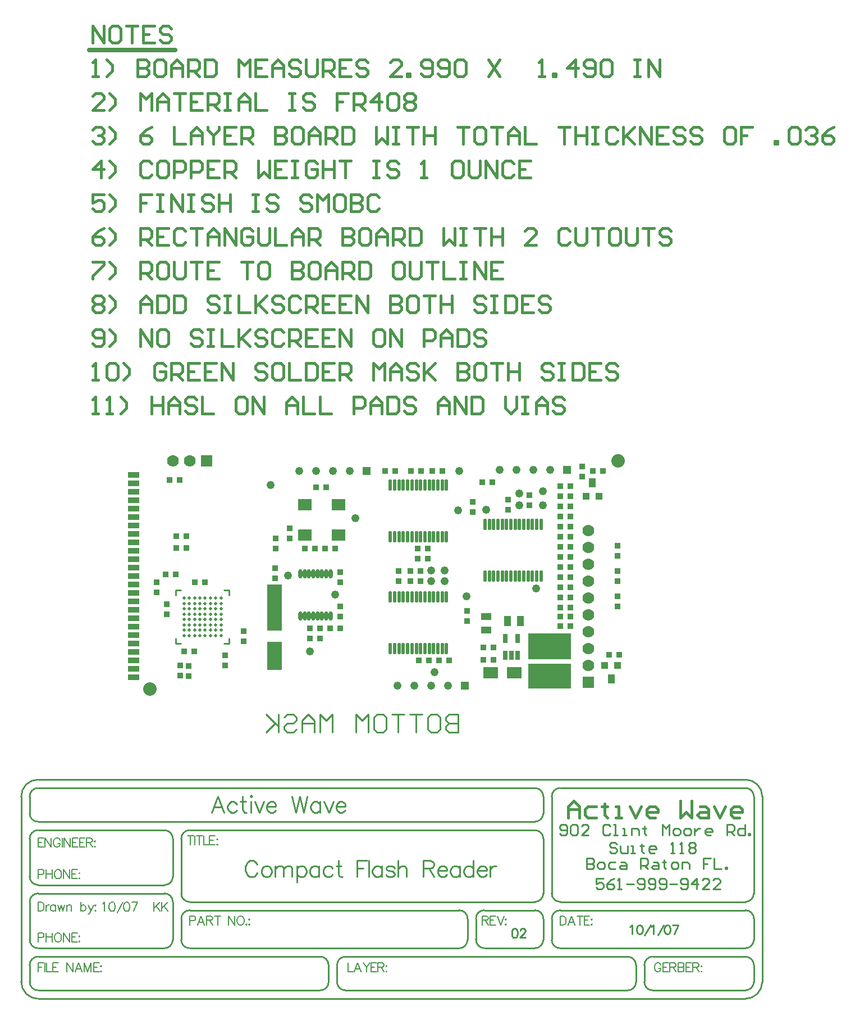
<source format=gbs>
%FSLAX24Y24*%
%MOIN*%
G70*
G01*
G75*
G04 Layer_Color=12517567*
%ADD10C,0.0120*%
%ADD11R,0.0394X0.0197*%
%ADD12R,0.0300X0.0300*%
%ADD13C,0.0400*%
%ADD14R,0.0200X0.0500*%
%ADD15R,0.0591X0.0315*%
%ADD16R,0.0300X0.0300*%
%ADD17R,0.0551X0.0354*%
%ADD18R,0.0354X0.0551*%
%ADD19R,0.0250X0.0550*%
%ADD20R,0.0250X0.0520*%
%ADD21R,0.0250X0.0950*%
%ADD22R,0.0550X0.0250*%
%ADD23R,0.0950X0.0250*%
%ADD24R,0.0600X0.0270*%
%ADD25R,0.0236X0.1100*%
%ADD26R,0.1000X0.0236*%
%ADD27R,0.0700X0.0500*%
%ADD28O,0.0160X0.0600*%
%ADD29R,0.0236X0.0236*%
%ADD30O,0.0160X0.0600*%
%ADD31R,0.0394X0.0394*%
%ADD32R,0.0200X0.0300*%
%ADD33O,0.0240X0.0800*%
%ADD34R,0.0472X0.0472*%
%ADD35R,0.0600X0.0500*%
%ADD36R,0.0360X0.0500*%
%ADD37R,0.0360X0.0360*%
%ADD38R,0.1500X0.0500*%
%ADD39R,0.0394X0.0413*%
%ADD40R,0.0413X0.0866*%
%ADD41R,0.0394X0.0413*%
%ADD42O,0.0600X0.0160*%
%ADD43R,0.0500X0.0200*%
%ADD44R,0.0360X0.0360*%
%ADD45R,0.0500X0.0360*%
%ADD46R,0.0315X0.0591*%
%ADD47R,0.0700X0.0236*%
%ADD48C,0.0120*%
%ADD49C,0.0500*%
%ADD50C,0.0140*%
%ADD51C,0.0100*%
%ADD52C,0.0150*%
%ADD53C,0.0200*%
%ADD54C,0.0080*%
%ADD55C,0.0250*%
%ADD56C,0.0300*%
%ADD57C,0.0090*%
%ADD58C,0.0050*%
%ADD59R,0.0620X0.0620*%
%ADD60C,0.0620*%
%ADD61R,0.0620X0.0620*%
%ADD62C,0.0200*%
%ADD63C,0.0180*%
%ADD64C,0.0400*%
G04:AMPARAMS|DCode=65|XSize=67mil|YSize=67mil|CornerRadius=0mil|HoleSize=0mil|Usage=FLASHONLY|Rotation=0.000|XOffset=0mil|YOffset=0mil|HoleType=Round|Shape=Relief|Width=8mil|Gap=8mil|Entries=4|*
%AMTHD65*
7,0,0,0.0670,0.0510,0.0080,45*
%
%ADD65THD65*%
%ADD66C,0.0750*%
%ADD67C,0.0500*%
G04:AMPARAMS|DCode=68|XSize=42mil|YSize=42mil|CornerRadius=0mil|HoleSize=0mil|Usage=FLASHONLY|Rotation=0.000|XOffset=0mil|YOffset=0mil|HoleType=Round|Shape=Relief|Width=8mil|Gap=8mil|Entries=4|*
%AMTHD68*
7,0,0,0.0420,0.0260,0.0080,45*
%
%ADD68THD68*%
%ADD69C,0.0600*%
G04:AMPARAMS|DCode=70|XSize=52mil|YSize=52mil|CornerRadius=0mil|HoleSize=0mil|Usage=FLASHONLY|Rotation=0.000|XOffset=0mil|YOffset=0mil|HoleType=Round|Shape=Relief|Width=8mil|Gap=8mil|Entries=4|*
%AMTHD70*
7,0,0,0.0520,0.0360,0.0080,45*
%
%ADD70THD70*%
%ADD71R,0.0748X0.0591*%
%ADD72O,0.0140X0.0600*%
%ADD73R,0.0800X0.0600*%
%ADD74O,0.0157X0.0472*%
%ADD75R,0.2500X0.1400*%
%ADD76R,0.2500X0.1500*%
%ADD77R,0.0400X0.0400*%
%ADD78R,0.0800X0.2700*%
%ADD79R,0.0800X0.1600*%
%ADD80C,0.0157*%
%ADD81C,0.0220*%
%ADD82C,0.0060*%
%ADD83R,0.0474X0.0277*%
%ADD84R,0.0380X0.0380*%
%ADD85C,0.0800*%
%ADD86R,0.0280X0.0580*%
%ADD87R,0.0671X0.0395*%
%ADD88R,0.0380X0.0380*%
%ADD89R,0.0631X0.0434*%
%ADD90R,0.0434X0.0631*%
%ADD91R,0.0330X0.0630*%
%ADD92R,0.0330X0.0600*%
%ADD93R,0.0330X0.1030*%
%ADD94R,0.0630X0.0330*%
%ADD95R,0.1030X0.0330*%
%ADD96R,0.0680X0.0350*%
%ADD97R,0.0316X0.1180*%
%ADD98R,0.1080X0.0316*%
%ADD99R,0.0780X0.0580*%
%ADD100O,0.0240X0.0680*%
%ADD101R,0.0316X0.0316*%
%ADD102O,0.0240X0.0680*%
%ADD103R,0.0474X0.0474*%
%ADD104R,0.0280X0.0380*%
%ADD105O,0.0320X0.0880*%
%ADD106R,0.0552X0.0552*%
%ADD107R,0.0680X0.0580*%
%ADD108R,0.0440X0.0580*%
%ADD109R,0.0440X0.0440*%
%ADD110R,0.1580X0.0580*%
%ADD111R,0.0474X0.0493*%
%ADD112R,0.0493X0.0946*%
%ADD113R,0.0474X0.0493*%
%ADD114O,0.0680X0.0240*%
%ADD115R,0.0580X0.0280*%
%ADD116R,0.0440X0.0440*%
%ADD117R,0.0580X0.0440*%
%ADD118R,0.0395X0.0671*%
%ADD119R,0.0780X0.0316*%
%ADD120R,0.0700X0.0700*%
%ADD121C,0.0700*%
%ADD122R,0.0700X0.0700*%
%ADD123C,0.0480*%
%ADD124R,0.0828X0.0671*%
%ADD125O,0.0220X0.0680*%
%ADD126R,0.0880X0.0680*%
%ADD127O,0.0237X0.0552*%
%ADD128R,0.2580X0.1480*%
%ADD129R,0.2580X0.1580*%
%ADD130R,0.0480X0.0480*%
%ADD131R,0.0880X0.2780*%
%ADD132R,0.0880X0.1680*%
%ADD133C,0.0197*%
D51*
X4394Y5864D02*
X4689D01*
Y5568D02*
Y5864D01*
Y2714D02*
X4689Y3009D01*
X4394Y2714D02*
X4689Y2714D01*
X1539Y5568D02*
Y5864D01*
X1835D01*
X1539Y2714D02*
X1835D01*
X1539D02*
Y3009D01*
X18279Y-1491D02*
Y-2557D01*
X17746D01*
X17568Y-2379D01*
Y-2202D01*
X17746Y-2024D01*
X18279D01*
X17746D01*
X17568Y-1846D01*
Y-1669D01*
X17746Y-1491D01*
X18279D01*
X16679D02*
X17035D01*
X17213Y-1669D01*
Y-2379D01*
X17035Y-2557D01*
X16679D01*
X16502Y-2379D01*
Y-1669D01*
X16679Y-1491D01*
X16146D02*
X15435D01*
X15791D01*
Y-2557D01*
X15080Y-1491D02*
X14369D01*
X14725D01*
Y-2557D01*
X13480Y-1491D02*
X13836D01*
X14014Y-1669D01*
Y-2379D01*
X13836Y-2557D01*
X13480D01*
X13303Y-2379D01*
Y-1669D01*
X13480Y-1491D01*
X12947Y-2557D02*
Y-1491D01*
X12592Y-1846D01*
X12236Y-1491D01*
Y-2557D01*
X10815D02*
Y-1491D01*
X10459Y-1846D01*
X10104Y-1491D01*
Y-2557D01*
X9748D02*
Y-1846D01*
X9393Y-1491D01*
X9037Y-1846D01*
Y-2557D01*
Y-2024D01*
X9748D01*
X7971Y-1669D02*
X8149Y-1491D01*
X8504D01*
X8682Y-1669D01*
Y-1846D01*
X8504Y-2024D01*
X8149D01*
X7971Y-2202D01*
Y-2379D01*
X8149Y-2557D01*
X8504D01*
X8682Y-2379D01*
X7616Y-1491D02*
Y-2557D01*
Y-2202D01*
X6905Y-1491D01*
X7438Y-2024D01*
X6905Y-2557D01*
X35851Y-13606D02*
G03*
X35361Y-13116I-490J0D01*
G01*
X24351D02*
G03*
X23851Y-13616I0J-500D01*
G01*
X35351Y-12616D02*
G03*
X35851Y-12116I0J500D01*
G01*
X23851D02*
G03*
X24351Y-12616I500J0D01*
G01*
X-6649Y-5366D02*
G03*
X-7649Y-6366I0J-1000D01*
G01*
Y-17356D02*
G03*
X-6656Y-18366I1010J0D01*
G01*
X35351Y-18366D02*
G03*
X36351Y-17366I0J1000D01*
G01*
Y-6366D02*
G03*
X35351Y-5366I-1000J0D01*
G01*
X35851Y-6356D02*
G03*
X35344Y-5866I-490J0D01*
G01*
X35351Y-15366D02*
G03*
X35851Y-14866I0J500D01*
G01*
X35851Y-16357D02*
G03*
X35351Y-15866I-500J-9D01*
G01*
Y-17866D02*
G03*
X35851Y-17366I0J500D01*
G01*
X22851Y-15366D02*
G03*
X23351Y-14866I0J500D01*
G01*
X23851Y-14876D02*
G03*
X24350Y-15366I490J0D01*
G01*
X23351Y-13606D02*
G03*
X22861Y-13116I-490J0D01*
G01*
X-7149Y-17366D02*
G03*
X-6658Y-17866I500J0D01*
G01*
X22860Y-12616D02*
G03*
X23351Y-12116I-9J500D01*
G01*
X-6649Y-15866D02*
G03*
X-7149Y-16366I0J-500D01*
G01*
X23351Y-8866D02*
G03*
X22851Y-8366I-500J0D01*
G01*
Y-7866D02*
G03*
X23351Y-7366I0J500D01*
G01*
X24351Y-5866D02*
G03*
X23851Y-6366I0J-500D01*
G01*
X23351D02*
G03*
X22851Y-5866I-500J0D01*
G01*
X-6649D02*
G03*
X-7149Y-6366I0J-500D01*
G01*
Y-7366D02*
G03*
X-6649Y-7866I500J0D01*
G01*
Y-8366D02*
G03*
X-7149Y-8866I0J-500D01*
G01*
Y-11116D02*
G03*
X-6649Y-11616I500J0D01*
G01*
Y-12116D02*
G03*
X-7149Y-12616I0J-500D01*
G01*
Y-14866D02*
G03*
X-6658Y-15366I500J0D01*
G01*
X2351Y-8366D02*
G03*
X1851Y-8866I0J-500D01*
G01*
X2351Y-13116D02*
G03*
X1851Y-13616I0J-500D01*
G01*
X19831Y-13116D02*
G03*
X19352Y-13621I0J-480D01*
G01*
X19351Y-14856D02*
G03*
X19852Y-15366I510J0D01*
G01*
X18361Y-15366D02*
G03*
X18851Y-14867I0J490D01*
G01*
X18851Y-13606D02*
G03*
X18361Y-13116I-490J0D01*
G01*
X861Y-15366D02*
G03*
X1351Y-14876I0J490D01*
G01*
X1851D02*
G03*
X2341Y-15366I490J0D01*
G01*
X1851Y-12126D02*
G03*
X2341Y-12616I490J0D01*
G01*
X1351Y-12606D02*
G03*
X844Y-12116I-490J0D01*
G01*
X871Y-11616D02*
G03*
X1351Y-11136I0J480D01*
G01*
Y-8856D02*
G03*
X861Y-8366I-490J0D01*
G01*
X29851Y-15866D02*
G03*
X29351Y-16366I0J-500D01*
G01*
Y-17376D02*
G03*
X29850Y-17866I490J0D01*
G01*
X28363Y-17866D02*
G03*
X28851Y-17369I8J480D01*
G01*
X28851Y-16366D02*
G03*
X28351Y-15866I-500J0D01*
G01*
X11101Y-17366D02*
G03*
X11592Y-17866I500J0D01*
G01*
X11601Y-15866D02*
G03*
X11101Y-16366I0J-500D01*
G01*
X10113Y-17866D02*
G03*
X10601Y-17369I8J480D01*
G01*
X10601Y-16366D02*
G03*
X10101Y-15866I-500J0D01*
G01*
X35851Y-14866D02*
Y-13606D01*
X23851Y-14866D02*
Y-13616D01*
X35851Y-12116D02*
Y-6366D01*
X23851Y-12116D02*
Y-6366D01*
X-7649Y-17366D02*
Y-6366D01*
X-7149Y-17366D02*
Y-16366D01*
X35851Y-17366D02*
Y-16366D01*
X23351Y-14866D02*
Y-13616D01*
X19351Y-14866D02*
Y-13616D01*
X1851Y-14866D02*
Y-13616D01*
X18851Y-14866D02*
Y-13616D01*
X1851Y-12116D02*
Y-8866D01*
X23351Y-12116D02*
Y-8866D01*
Y-7366D02*
Y-6366D01*
X-7149Y-7366D02*
Y-6366D01*
X1351Y-11116D02*
Y-8866D01*
X-7149Y-11116D02*
Y-8866D01*
X1351Y-14866D02*
Y-12616D01*
X-7149Y-14866D02*
Y-12616D01*
X36351Y-17366D02*
Y-6366D01*
X29351Y-17366D02*
Y-16366D01*
X28851Y-17366D02*
Y-16366D01*
X11101Y-17366D02*
Y-16366D01*
X10601Y-17366D02*
Y-16366D01*
X24351Y-13116D02*
X35351D01*
X24351Y-12616D02*
X35351D01*
X2351D02*
X22851D01*
X24351Y-5866D02*
X35351D01*
X24351Y-15366D02*
X35351D01*
X19851Y-13116D02*
X22851D01*
X19851Y-15366D02*
X22851D01*
X2351D02*
X18351D01*
X2351Y-13116D02*
X18351D01*
X2351Y-8366D02*
X22851D01*
X-6649Y-7866D02*
X22851D01*
X-6649Y-8366D02*
X851D01*
X-6649Y-11616D02*
X851D01*
X-6649Y-12116D02*
X851D01*
X-6649Y-15366D02*
X851D01*
X-6649Y-5366D02*
X35351D01*
X-6649Y-18366D02*
X35351D01*
X-6649Y-5866D02*
X22851D01*
X29851Y-15866D02*
X35351D01*
X29851Y-17866D02*
X35351D01*
X11601Y-15866D02*
X28351D01*
X-6649D02*
X10101D01*
X-6649Y-17866D02*
X10101D01*
X11601D02*
X28351D01*
X27710Y-9190D02*
X27604Y-9084D01*
X27391D01*
X27284Y-9190D01*
Y-9297D01*
X27391Y-9404D01*
X27604D01*
X27710Y-9510D01*
Y-9617D01*
X27604Y-9723D01*
X27391D01*
X27284Y-9617D01*
X27924Y-9297D02*
Y-9617D01*
X28030Y-9723D01*
X28350D01*
Y-9297D01*
X28564Y-9723D02*
X28777D01*
X28670D01*
Y-9297D01*
X28564D01*
X29203Y-9190D02*
Y-9297D01*
X29097D01*
X29310D01*
X29203D01*
Y-9617D01*
X29310Y-9723D01*
X29950D02*
X29737D01*
X29630Y-9617D01*
Y-9404D01*
X29737Y-9297D01*
X29950D01*
X30056Y-9404D01*
Y-9510D01*
X29630D01*
X30909Y-9723D02*
X31123D01*
X31016D01*
Y-9084D01*
X30909Y-9190D01*
X31443Y-9723D02*
X31656D01*
X31549D01*
Y-9084D01*
X31443Y-9190D01*
X31976D02*
X32082Y-9084D01*
X32296D01*
X32402Y-9190D01*
Y-9297D01*
X32296Y-9404D01*
X32402Y-9510D01*
Y-9617D01*
X32296Y-9723D01*
X32082D01*
X31976Y-9617D01*
Y-9510D01*
X32082Y-9404D01*
X31976Y-9297D01*
Y-9190D01*
X32082Y-9404D02*
X32296D01*
X26911Y-11234D02*
X26484D01*
Y-11554D01*
X26697Y-11447D01*
X26804D01*
X26911Y-11554D01*
Y-11767D01*
X26804Y-11873D01*
X26591D01*
X26484Y-11767D01*
X27550Y-11234D02*
X27337Y-11340D01*
X27124Y-11554D01*
Y-11767D01*
X27230Y-11873D01*
X27444D01*
X27550Y-11767D01*
Y-11660D01*
X27444Y-11554D01*
X27124D01*
X27764Y-11873D02*
X27977D01*
X27870D01*
Y-11234D01*
X27764Y-11340D01*
X28297Y-11554D02*
X28723D01*
X28937Y-11767D02*
X29043Y-11873D01*
X29256D01*
X29363Y-11767D01*
Y-11340D01*
X29256Y-11234D01*
X29043D01*
X28937Y-11340D01*
Y-11447D01*
X29043Y-11554D01*
X29363D01*
X29576Y-11767D02*
X29683Y-11873D01*
X29896D01*
X30003Y-11767D01*
Y-11340D01*
X29896Y-11234D01*
X29683D01*
X29576Y-11340D01*
Y-11447D01*
X29683Y-11554D01*
X30003D01*
X30216Y-11767D02*
X30323Y-11873D01*
X30536D01*
X30643Y-11767D01*
Y-11340D01*
X30536Y-11234D01*
X30323D01*
X30216Y-11340D01*
Y-11447D01*
X30323Y-11554D01*
X30643D01*
X30856D02*
X31282D01*
X31496Y-11767D02*
X31602Y-11873D01*
X31816D01*
X31922Y-11767D01*
Y-11340D01*
X31816Y-11234D01*
X31602D01*
X31496Y-11340D01*
Y-11447D01*
X31602Y-11554D01*
X31922D01*
X32455Y-11873D02*
Y-11234D01*
X32135Y-11554D01*
X32562D01*
X33202Y-11873D02*
X32775D01*
X33202Y-11447D01*
Y-11340D01*
X33095Y-11234D01*
X32882D01*
X32775Y-11340D01*
X33842Y-11873D02*
X33415D01*
X33842Y-11447D01*
Y-11340D01*
X33735Y-11234D01*
X33522D01*
X33415Y-11340D01*
X24334Y-8567D02*
X24441Y-8673D01*
X24654D01*
X24760Y-8567D01*
Y-8140D01*
X24654Y-8034D01*
X24441D01*
X24334Y-8140D01*
Y-8247D01*
X24441Y-8354D01*
X24760D01*
X24974Y-8140D02*
X25080Y-8034D01*
X25294D01*
X25400Y-8140D01*
Y-8567D01*
X25294Y-8673D01*
X25080D01*
X24974Y-8567D01*
Y-8140D01*
X26040Y-8673D02*
X25614D01*
X26040Y-8247D01*
Y-8140D01*
X25933Y-8034D01*
X25720D01*
X25614Y-8140D01*
X27320D02*
X27213Y-8034D01*
X27000D01*
X26893Y-8140D01*
Y-8567D01*
X27000Y-8673D01*
X27213D01*
X27320Y-8567D01*
X27533Y-8673D02*
X27746D01*
X27640D01*
Y-8034D01*
X27533D01*
X28066Y-8673D02*
X28279D01*
X28173D01*
Y-8247D01*
X28066D01*
X28599Y-8673D02*
Y-8247D01*
X28919D01*
X29026Y-8354D01*
Y-8673D01*
X29346Y-8140D02*
Y-8247D01*
X29239D01*
X29452D01*
X29346D01*
Y-8567D01*
X29452Y-8673D01*
X30412D02*
Y-8034D01*
X30625Y-8247D01*
X30839Y-8034D01*
Y-8673D01*
X31158D02*
X31372D01*
X31478Y-8567D01*
Y-8354D01*
X31372Y-8247D01*
X31158D01*
X31052Y-8354D01*
Y-8567D01*
X31158Y-8673D01*
X31798D02*
X32011D01*
X32118Y-8567D01*
Y-8354D01*
X32011Y-8247D01*
X31798D01*
X31692Y-8354D01*
Y-8567D01*
X31798Y-8673D01*
X32331Y-8247D02*
Y-8673D01*
Y-8460D01*
X32438Y-8354D01*
X32545Y-8247D01*
X32651D01*
X33291Y-8673D02*
X33078D01*
X32971Y-8567D01*
Y-8354D01*
X33078Y-8247D01*
X33291D01*
X33398Y-8354D01*
Y-8460D01*
X32971D01*
X34251Y-8673D02*
Y-8034D01*
X34571D01*
X34677Y-8140D01*
Y-8354D01*
X34571Y-8460D01*
X34251D01*
X34464D02*
X34677Y-8673D01*
X35317Y-8034D02*
Y-8673D01*
X34997D01*
X34891Y-8567D01*
Y-8354D01*
X34997Y-8247D01*
X35317D01*
X35530Y-8673D02*
Y-8567D01*
X35637D01*
Y-8673D01*
X35530D01*
X25934Y-10034D02*
Y-10673D01*
X26254D01*
X26360Y-10567D01*
Y-10460D01*
X26254Y-10354D01*
X25934D01*
X26254D01*
X26360Y-10247D01*
Y-10140D01*
X26254Y-10034D01*
X25934D01*
X26680Y-10673D02*
X26894D01*
X27000Y-10567D01*
Y-10354D01*
X26894Y-10247D01*
X26680D01*
X26574Y-10354D01*
Y-10567D01*
X26680Y-10673D01*
X27640Y-10247D02*
X27320D01*
X27214Y-10354D01*
Y-10567D01*
X27320Y-10673D01*
X27640D01*
X27960Y-10247D02*
X28173D01*
X28280Y-10354D01*
Y-10673D01*
X27960D01*
X27853Y-10567D01*
X27960Y-10460D01*
X28280D01*
X29133Y-10673D02*
Y-10034D01*
X29453D01*
X29559Y-10140D01*
Y-10354D01*
X29453Y-10460D01*
X29133D01*
X29346D02*
X29559Y-10673D01*
X29879Y-10247D02*
X30093D01*
X30199Y-10354D01*
Y-10673D01*
X29879D01*
X29773Y-10567D01*
X29879Y-10460D01*
X30199D01*
X30519Y-10140D02*
Y-10247D01*
X30413D01*
X30626D01*
X30519D01*
Y-10567D01*
X30626Y-10673D01*
X31052D02*
X31266D01*
X31372Y-10567D01*
Y-10354D01*
X31266Y-10247D01*
X31052D01*
X30946Y-10354D01*
Y-10567D01*
X31052Y-10673D01*
X31585D02*
Y-10247D01*
X31905D01*
X32012Y-10354D01*
Y-10673D01*
X33292Y-10034D02*
X32865D01*
Y-10354D01*
X33078D01*
X32865D01*
Y-10673D01*
X33505Y-10034D02*
Y-10673D01*
X33931D01*
X34145D02*
Y-10567D01*
X34251D01*
Y-10673D01*
X34145D01*
D52*
X24834Y-7623D02*
Y-6957D01*
X25167Y-6624D01*
X25500Y-6957D01*
Y-7623D01*
Y-7124D01*
X24834D01*
X26500Y-6957D02*
X26000D01*
X25834Y-7124D01*
Y-7457D01*
X26000Y-7623D01*
X26500D01*
X27000Y-6790D02*
Y-6957D01*
X26833D01*
X27167D01*
X27000D01*
Y-7457D01*
X27167Y-7623D01*
X27666D02*
X28000D01*
X27833D01*
Y-6957D01*
X27666D01*
X28499D02*
X28833Y-7623D01*
X29166Y-6957D01*
X29999Y-7623D02*
X29666D01*
X29499Y-7457D01*
Y-7124D01*
X29666Y-6957D01*
X29999D01*
X30166Y-7124D01*
Y-7290D01*
X29499D01*
X31498Y-6624D02*
Y-7623D01*
X31832Y-7290D01*
X32165Y-7623D01*
Y-6624D01*
X32665Y-6957D02*
X32998D01*
X33165Y-7124D01*
Y-7623D01*
X32665D01*
X32498Y-7457D01*
X32665Y-7290D01*
X33165D01*
X33498Y-6957D02*
X33831Y-7623D01*
X34164Y-6957D01*
X34997Y-7623D02*
X34664D01*
X34498Y-7457D01*
Y-7124D01*
X34664Y-6957D01*
X34997D01*
X35164Y-7124D01*
Y-7290D01*
X34498D01*
X-3394Y16348D02*
X-3060D01*
X-3227D01*
Y17348D01*
X-3394Y17181D01*
X-2561Y16348D02*
X-2227D01*
X-2394D01*
Y17348D01*
X-2561Y17181D01*
X-1728Y16348D02*
X-1394Y16681D01*
Y17014D01*
X-1728Y17348D01*
X105D02*
Y16348D01*
Y16848D01*
X772D01*
Y17348D01*
Y16348D01*
X1105D02*
Y17014D01*
X1438Y17348D01*
X1771Y17014D01*
Y16348D01*
Y16848D01*
X1105D01*
X2771Y17181D02*
X2604Y17348D01*
X2271D01*
X2105Y17181D01*
Y17014D01*
X2271Y16848D01*
X2604D01*
X2771Y16681D01*
Y16515D01*
X2604Y16348D01*
X2271D01*
X2105Y16515D01*
X3104Y17348D02*
Y16348D01*
X3771D01*
X5603Y17348D02*
X5270D01*
X5104Y17181D01*
Y16515D01*
X5270Y16348D01*
X5603D01*
X5770Y16515D01*
Y17181D01*
X5603Y17348D01*
X6103Y16348D02*
Y17348D01*
X6770Y16348D01*
Y17348D01*
X8103Y16348D02*
Y17014D01*
X8436Y17348D01*
X8769Y17014D01*
Y16348D01*
Y16848D01*
X8103D01*
X9102Y17348D02*
Y16348D01*
X9769D01*
X10102Y17348D02*
Y16348D01*
X10768D01*
X12101D02*
Y17348D01*
X12601D01*
X12768Y17181D01*
Y16848D01*
X12601Y16681D01*
X12101D01*
X13101Y16348D02*
Y17014D01*
X13434Y17348D01*
X13767Y17014D01*
Y16348D01*
Y16848D01*
X13101D01*
X14101Y17348D02*
Y16348D01*
X14601D01*
X14767Y16515D01*
Y17181D01*
X14601Y17348D01*
X14101D01*
X15767Y17181D02*
X15600Y17348D01*
X15267D01*
X15100Y17181D01*
Y17014D01*
X15267Y16848D01*
X15600D01*
X15767Y16681D01*
Y16515D01*
X15600Y16348D01*
X15267D01*
X15100Y16515D01*
X17100Y16348D02*
Y17014D01*
X17433Y17348D01*
X17766Y17014D01*
Y16348D01*
Y16848D01*
X17100D01*
X18099Y16348D02*
Y17348D01*
X18766Y16348D01*
Y17348D01*
X19099D02*
Y16348D01*
X19599D01*
X19766Y16515D01*
Y17181D01*
X19599Y17348D01*
X19099D01*
X21098D02*
Y16681D01*
X21432Y16348D01*
X21765Y16681D01*
Y17348D01*
X22098D02*
X22431D01*
X22265D01*
Y16348D01*
X22098D01*
X22431D01*
X22931D02*
Y17014D01*
X23264Y17348D01*
X23598Y17014D01*
Y16348D01*
Y16848D01*
X22931D01*
X24597Y17181D02*
X24431Y17348D01*
X24097D01*
X23931Y17181D01*
Y17014D01*
X24097Y16848D01*
X24431D01*
X24597Y16681D01*
Y16515D01*
X24431Y16348D01*
X24097D01*
X23931Y16515D01*
X-2727Y34348D02*
X-3394D01*
X-2727Y35014D01*
Y35181D01*
X-2894Y35348D01*
X-3227D01*
X-3394Y35181D01*
X-2394Y34348D02*
X-2061Y34681D01*
Y35014D01*
X-2394Y35348D01*
X-561Y34348D02*
Y35348D01*
X-228Y35014D01*
X105Y35348D01*
Y34348D01*
X438D02*
Y35014D01*
X772Y35348D01*
X1105Y35014D01*
Y34348D01*
Y34848D01*
X438D01*
X1438Y35348D02*
X2105D01*
X1771D01*
Y34348D01*
X3104Y35348D02*
X2438D01*
Y34348D01*
X3104D01*
X2438Y34848D02*
X2771D01*
X3437Y34348D02*
Y35348D01*
X3937D01*
X4104Y35181D01*
Y34848D01*
X3937Y34681D01*
X3437D01*
X3771D02*
X4104Y34348D01*
X4437Y35348D02*
X4770D01*
X4604D01*
Y34348D01*
X4437D01*
X4770D01*
X5270D02*
Y35014D01*
X5603Y35348D01*
X5937Y35014D01*
Y34348D01*
Y34848D01*
X5270D01*
X6270Y35348D02*
Y34348D01*
X6936D01*
X8269Y35348D02*
X8602D01*
X8436D01*
Y34348D01*
X8269D01*
X8602D01*
X9769Y35181D02*
X9602Y35348D01*
X9269D01*
X9102Y35181D01*
Y35014D01*
X9269Y34848D01*
X9602D01*
X9769Y34681D01*
Y34515D01*
X9602Y34348D01*
X9269D01*
X9102Y34515D01*
X11768Y35348D02*
X11102D01*
Y34848D01*
X11435D01*
X11102D01*
Y34348D01*
X12101D02*
Y35348D01*
X12601D01*
X12768Y35181D01*
Y34848D01*
X12601Y34681D01*
X12101D01*
X12435D02*
X12768Y34348D01*
X13601D02*
Y35348D01*
X13101Y34848D01*
X13767D01*
X14101Y35181D02*
X14267Y35348D01*
X14601D01*
X14767Y35181D01*
Y34515D01*
X14601Y34348D01*
X14267D01*
X14101Y34515D01*
Y35181D01*
X15100D02*
X15267Y35348D01*
X15600D01*
X15767Y35181D01*
Y35014D01*
X15600Y34848D01*
X15767Y34681D01*
Y34515D01*
X15600Y34348D01*
X15267D01*
X15100Y34515D01*
Y34681D01*
X15267Y34848D01*
X15100Y35014D01*
Y35181D01*
X15267Y34848D02*
X15600D01*
X-3394Y20515D02*
X-3227Y20348D01*
X-2894D01*
X-2727Y20515D01*
Y21181D01*
X-2894Y21348D01*
X-3227D01*
X-3394Y21181D01*
Y21014D01*
X-3227Y20848D01*
X-2727D01*
X-2394Y20348D02*
X-2061Y20681D01*
Y21014D01*
X-2394Y21348D01*
X-561Y20348D02*
Y21348D01*
X105Y20348D01*
Y21348D01*
X938D02*
X605D01*
X438Y21181D01*
Y20515D01*
X605Y20348D01*
X938D01*
X1105Y20515D01*
Y21181D01*
X938Y21348D01*
X3104Y21181D02*
X2938Y21348D01*
X2604D01*
X2438Y21181D01*
Y21014D01*
X2604Y20848D01*
X2938D01*
X3104Y20681D01*
Y20515D01*
X2938Y20348D01*
X2604D01*
X2438Y20515D01*
X3437Y21348D02*
X3771D01*
X3604D01*
Y20348D01*
X3437D01*
X3771D01*
X4271Y21348D02*
Y20348D01*
X4937D01*
X5270Y21348D02*
Y20348D01*
Y20681D01*
X5937Y21348D01*
X5437Y20848D01*
X5937Y20348D01*
X6936Y21181D02*
X6770Y21348D01*
X6436D01*
X6270Y21181D01*
Y21014D01*
X6436Y20848D01*
X6770D01*
X6936Y20681D01*
Y20515D01*
X6770Y20348D01*
X6436D01*
X6270Y20515D01*
X7936Y21181D02*
X7769Y21348D01*
X7436D01*
X7270Y21181D01*
Y20515D01*
X7436Y20348D01*
X7769D01*
X7936Y20515D01*
X8269Y20348D02*
Y21348D01*
X8769D01*
X8936Y21181D01*
Y20848D01*
X8769Y20681D01*
X8269D01*
X8602D02*
X8936Y20348D01*
X9935Y21348D02*
X9269D01*
Y20348D01*
X9935D01*
X9269Y20848D02*
X9602D01*
X10935Y21348D02*
X10269D01*
Y20348D01*
X10935D01*
X10269Y20848D02*
X10602D01*
X11268Y20348D02*
Y21348D01*
X11935Y20348D01*
Y21348D01*
X13767D02*
X13434D01*
X13268Y21181D01*
Y20515D01*
X13434Y20348D01*
X13767D01*
X13934Y20515D01*
Y21181D01*
X13767Y21348D01*
X14267Y20348D02*
Y21348D01*
X14934Y20348D01*
Y21348D01*
X16267Y20348D02*
Y21348D01*
X16766D01*
X16933Y21181D01*
Y20848D01*
X16766Y20681D01*
X16267D01*
X17266Y20348D02*
Y21014D01*
X17600Y21348D01*
X17933Y21014D01*
Y20348D01*
Y20848D01*
X17266D01*
X18266Y21348D02*
Y20348D01*
X18766D01*
X18932Y20515D01*
Y21181D01*
X18766Y21348D01*
X18266D01*
X19932Y21181D02*
X19766Y21348D01*
X19432D01*
X19266Y21181D01*
Y21014D01*
X19432Y20848D01*
X19766D01*
X19932Y20681D01*
Y20515D01*
X19766Y20348D01*
X19432D01*
X19266Y20515D01*
X-3394Y23181D02*
X-3227Y23348D01*
X-2894D01*
X-2727Y23181D01*
Y23014D01*
X-2894Y22848D01*
X-2727Y22681D01*
Y22515D01*
X-2894Y22348D01*
X-3227D01*
X-3394Y22515D01*
Y22681D01*
X-3227Y22848D01*
X-3394Y23014D01*
Y23181D01*
X-3227Y22848D02*
X-2894D01*
X-2394Y22348D02*
X-2061Y22681D01*
Y23014D01*
X-2394Y23348D01*
X-561Y22348D02*
Y23014D01*
X-228Y23348D01*
X105Y23014D01*
Y22348D01*
Y22848D01*
X-561D01*
X438Y23348D02*
Y22348D01*
X938D01*
X1105Y22515D01*
Y23181D01*
X938Y23348D01*
X438D01*
X1438D02*
Y22348D01*
X1938D01*
X2105Y22515D01*
Y23181D01*
X1938Y23348D01*
X1438D01*
X4104Y23181D02*
X3937Y23348D01*
X3604D01*
X3437Y23181D01*
Y23014D01*
X3604Y22848D01*
X3937D01*
X4104Y22681D01*
Y22515D01*
X3937Y22348D01*
X3604D01*
X3437Y22515D01*
X4437Y23348D02*
X4770D01*
X4604D01*
Y22348D01*
X4437D01*
X4770D01*
X5270Y23348D02*
Y22348D01*
X5937D01*
X6270Y23348D02*
Y22348D01*
Y22681D01*
X6936Y23348D01*
X6436Y22848D01*
X6936Y22348D01*
X7936Y23181D02*
X7769Y23348D01*
X7436D01*
X7270Y23181D01*
Y23014D01*
X7436Y22848D01*
X7769D01*
X7936Y22681D01*
Y22515D01*
X7769Y22348D01*
X7436D01*
X7270Y22515D01*
X8936Y23181D02*
X8769Y23348D01*
X8436D01*
X8269Y23181D01*
Y22515D01*
X8436Y22348D01*
X8769D01*
X8936Y22515D01*
X9269Y22348D02*
Y23348D01*
X9769D01*
X9935Y23181D01*
Y22848D01*
X9769Y22681D01*
X9269D01*
X9602D02*
X9935Y22348D01*
X10935Y23348D02*
X10269D01*
Y22348D01*
X10935D01*
X10269Y22848D02*
X10602D01*
X11935Y23348D02*
X11268D01*
Y22348D01*
X11935D01*
X11268Y22848D02*
X11601D01*
X12268Y22348D02*
Y23348D01*
X12934Y22348D01*
Y23348D01*
X14267D02*
Y22348D01*
X14767D01*
X14934Y22515D01*
Y22681D01*
X14767Y22848D01*
X14267D01*
X14767D01*
X14934Y23014D01*
Y23181D01*
X14767Y23348D01*
X14267D01*
X15767D02*
X15434D01*
X15267Y23181D01*
Y22515D01*
X15434Y22348D01*
X15767D01*
X15933Y22515D01*
Y23181D01*
X15767Y23348D01*
X16267D02*
X16933D01*
X16600D01*
Y22348D01*
X17266Y23348D02*
Y22348D01*
Y22848D01*
X17933D01*
Y23348D01*
Y22348D01*
X19932Y23181D02*
X19765Y23348D01*
X19432D01*
X19266Y23181D01*
Y23014D01*
X19432Y22848D01*
X19765D01*
X19932Y22681D01*
Y22515D01*
X19765Y22348D01*
X19432D01*
X19266Y22515D01*
X20265Y23348D02*
X20599D01*
X20432D01*
Y22348D01*
X20265D01*
X20599D01*
X21098Y23348D02*
Y22348D01*
X21598D01*
X21765Y22515D01*
Y23181D01*
X21598Y23348D01*
X21098D01*
X22765D02*
X22098D01*
Y22348D01*
X22765D01*
X22098Y22848D02*
X22431D01*
X23764Y23181D02*
X23598Y23348D01*
X23264D01*
X23098Y23181D01*
Y23014D01*
X23264Y22848D01*
X23598D01*
X23764Y22681D01*
Y22515D01*
X23598Y22348D01*
X23264D01*
X23098Y22515D01*
X-3394Y25348D02*
X-2727D01*
Y25181D01*
X-3394Y24515D01*
Y24348D01*
X-2394D02*
X-2061Y24681D01*
Y25014D01*
X-2394Y25348D01*
X-561Y24348D02*
Y25348D01*
X-61D01*
X105Y25181D01*
Y24848D01*
X-61Y24681D01*
X-561D01*
X-228D02*
X105Y24348D01*
X938Y25348D02*
X605D01*
X438Y25181D01*
Y24515D01*
X605Y24348D01*
X938D01*
X1105Y24515D01*
Y25181D01*
X938Y25348D01*
X1438D02*
Y24515D01*
X1605Y24348D01*
X1938D01*
X2105Y24515D01*
Y25348D01*
X2438D02*
X3104D01*
X2771D01*
Y24348D01*
X4104Y25348D02*
X3437D01*
Y24348D01*
X4104D01*
X3437Y24848D02*
X3771D01*
X5437Y25348D02*
X6103D01*
X5770D01*
Y24348D01*
X6936Y25348D02*
X6603D01*
X6436Y25181D01*
Y24515D01*
X6603Y24348D01*
X6936D01*
X7103Y24515D01*
Y25181D01*
X6936Y25348D01*
X8436D02*
Y24348D01*
X8936D01*
X9102Y24515D01*
Y24681D01*
X8936Y24848D01*
X8436D01*
X8936D01*
X9102Y25014D01*
Y25181D01*
X8936Y25348D01*
X8436D01*
X9935D02*
X9602D01*
X9436Y25181D01*
Y24515D01*
X9602Y24348D01*
X9935D01*
X10102Y24515D01*
Y25181D01*
X9935Y25348D01*
X10435Y24348D02*
Y25014D01*
X10768Y25348D01*
X11102Y25014D01*
Y24348D01*
Y24848D01*
X10435D01*
X11435Y24348D02*
Y25348D01*
X11935D01*
X12101Y25181D01*
Y24848D01*
X11935Y24681D01*
X11435D01*
X11768D02*
X12101Y24348D01*
X12435Y25348D02*
Y24348D01*
X12934D01*
X13101Y24515D01*
Y25181D01*
X12934Y25348D01*
X12435D01*
X14934D02*
X14601D01*
X14434Y25181D01*
Y24515D01*
X14601Y24348D01*
X14934D01*
X15100Y24515D01*
Y25181D01*
X14934Y25348D01*
X15434D02*
Y24515D01*
X15600Y24348D01*
X15933D01*
X16100Y24515D01*
Y25348D01*
X16433D02*
X17100D01*
X16766D01*
Y24348D01*
X17433Y25348D02*
Y24348D01*
X18099D01*
X18433Y25348D02*
X18766D01*
X18599D01*
Y24348D01*
X18433D01*
X18766D01*
X19266D02*
Y25348D01*
X19932Y24348D01*
Y25348D01*
X20932D02*
X20265D01*
Y24348D01*
X20932D01*
X20265Y24848D02*
X20599D01*
X-2727Y27348D02*
X-3060Y27181D01*
X-3394Y26848D01*
Y26515D01*
X-3227Y26348D01*
X-2894D01*
X-2727Y26515D01*
Y26681D01*
X-2894Y26848D01*
X-3394D01*
X-2394Y26348D02*
X-2061Y26681D01*
Y27014D01*
X-2394Y27348D01*
X-561Y26348D02*
Y27348D01*
X-61D01*
X105Y27181D01*
Y26848D01*
X-61Y26681D01*
X-561D01*
X-228D02*
X105Y26348D01*
X1105Y27348D02*
X438D01*
Y26348D01*
X1105D01*
X438Y26848D02*
X772D01*
X2105Y27181D02*
X1938Y27348D01*
X1605D01*
X1438Y27181D01*
Y26515D01*
X1605Y26348D01*
X1938D01*
X2105Y26515D01*
X2438Y27348D02*
X3104D01*
X2771D01*
Y26348D01*
X3437D02*
Y27014D01*
X3771Y27348D01*
X4104Y27014D01*
Y26348D01*
Y26848D01*
X3437D01*
X4437Y26348D02*
Y27348D01*
X5104Y26348D01*
Y27348D01*
X6103Y27181D02*
X5937Y27348D01*
X5603D01*
X5437Y27181D01*
Y26515D01*
X5603Y26348D01*
X5937D01*
X6103Y26515D01*
Y26848D01*
X5770D01*
X6436Y27348D02*
Y26515D01*
X6603Y26348D01*
X6936D01*
X7103Y26515D01*
Y27348D01*
X7436D02*
Y26348D01*
X8103D01*
X8436D02*
Y27014D01*
X8769Y27348D01*
X9102Y27014D01*
Y26348D01*
Y26848D01*
X8436D01*
X9436Y26348D02*
Y27348D01*
X9935D01*
X10102Y27181D01*
Y26848D01*
X9935Y26681D01*
X9436D01*
X9769D02*
X10102Y26348D01*
X11435Y27348D02*
Y26348D01*
X11935D01*
X12101Y26515D01*
Y26681D01*
X11935Y26848D01*
X11435D01*
X11935D01*
X12101Y27014D01*
Y27181D01*
X11935Y27348D01*
X11435D01*
X12934D02*
X12601D01*
X12435Y27181D01*
Y26515D01*
X12601Y26348D01*
X12934D01*
X13101Y26515D01*
Y27181D01*
X12934Y27348D01*
X13434Y26348D02*
Y27014D01*
X13767Y27348D01*
X14101Y27014D01*
Y26348D01*
Y26848D01*
X13434D01*
X14434Y26348D02*
Y27348D01*
X14934D01*
X15100Y27181D01*
Y26848D01*
X14934Y26681D01*
X14434D01*
X14767D02*
X15100Y26348D01*
X15434Y27348D02*
Y26348D01*
X15933D01*
X16100Y26515D01*
Y27181D01*
X15933Y27348D01*
X15434D01*
X17433D02*
Y26348D01*
X17766Y26681D01*
X18099Y26348D01*
Y27348D01*
X18433D02*
X18766D01*
X18599D01*
Y26348D01*
X18433D01*
X18766D01*
X19266Y27348D02*
X19932D01*
X19599D01*
Y26348D01*
X20265Y27348D02*
Y26348D01*
Y26848D01*
X20932D01*
Y27348D01*
Y26348D01*
X22931D02*
X22265D01*
X22931Y27014D01*
Y27181D01*
X22765Y27348D01*
X22431D01*
X22265Y27181D01*
X24931D02*
X24764Y27348D01*
X24431D01*
X24264Y27181D01*
Y26515D01*
X24431Y26348D01*
X24764D01*
X24931Y26515D01*
X25264Y27348D02*
Y26515D01*
X25430Y26348D01*
X25764D01*
X25930Y26515D01*
Y27348D01*
X26263D02*
X26930D01*
X26597D01*
Y26348D01*
X27763Y27348D02*
X27430D01*
X27263Y27181D01*
Y26515D01*
X27430Y26348D01*
X27763D01*
X27930Y26515D01*
Y27181D01*
X27763Y27348D01*
X28263D02*
Y26515D01*
X28429Y26348D01*
X28763D01*
X28929Y26515D01*
Y27348D01*
X29262D02*
X29929D01*
X29596D01*
Y26348D01*
X30929Y27181D02*
X30762Y27348D01*
X30429D01*
X30262Y27181D01*
Y27014D01*
X30429Y26848D01*
X30762D01*
X30929Y26681D01*
Y26515D01*
X30762Y26348D01*
X30429D01*
X30262Y26515D01*
X-2727Y29348D02*
X-3394D01*
Y28848D01*
X-3060Y29014D01*
X-2894D01*
X-2727Y28848D01*
Y28515D01*
X-2894Y28348D01*
X-3227D01*
X-3394Y28515D01*
X-2394Y28348D02*
X-2061Y28681D01*
Y29014D01*
X-2394Y29348D01*
X105D02*
X-561D01*
Y28848D01*
X-228D01*
X-561D01*
Y28348D01*
X438Y29348D02*
X772D01*
X605D01*
Y28348D01*
X438D01*
X772D01*
X1271D02*
Y29348D01*
X1938Y28348D01*
Y29348D01*
X2271D02*
X2604D01*
X2438D01*
Y28348D01*
X2271D01*
X2604D01*
X3771Y29181D02*
X3604Y29348D01*
X3271D01*
X3104Y29181D01*
Y29014D01*
X3271Y28848D01*
X3604D01*
X3771Y28681D01*
Y28515D01*
X3604Y28348D01*
X3271D01*
X3104Y28515D01*
X4104Y29348D02*
Y28348D01*
Y28848D01*
X4770D01*
Y29348D01*
Y28348D01*
X6103Y29348D02*
X6436D01*
X6270D01*
Y28348D01*
X6103D01*
X6436D01*
X7603Y29181D02*
X7436Y29348D01*
X7103D01*
X6936Y29181D01*
Y29014D01*
X7103Y28848D01*
X7436D01*
X7603Y28681D01*
Y28515D01*
X7436Y28348D01*
X7103D01*
X6936Y28515D01*
X9602Y29181D02*
X9436Y29348D01*
X9102D01*
X8936Y29181D01*
Y29014D01*
X9102Y28848D01*
X9436D01*
X9602Y28681D01*
Y28515D01*
X9436Y28348D01*
X9102D01*
X8936Y28515D01*
X9935Y28348D02*
Y29348D01*
X10269Y29014D01*
X10602Y29348D01*
Y28348D01*
X11435Y29348D02*
X11102D01*
X10935Y29181D01*
Y28515D01*
X11102Y28348D01*
X11435D01*
X11601Y28515D01*
Y29181D01*
X11435Y29348D01*
X11935D02*
Y28348D01*
X12435D01*
X12601Y28515D01*
Y28681D01*
X12435Y28848D01*
X11935D01*
X12435D01*
X12601Y29014D01*
Y29181D01*
X12435Y29348D01*
X11935D01*
X13601Y29181D02*
X13434Y29348D01*
X13101D01*
X12934Y29181D01*
Y28515D01*
X13101Y28348D01*
X13434D01*
X13601Y28515D01*
X-2894Y30348D02*
Y31348D01*
X-3394Y30848D01*
X-2727D01*
X-2394Y30348D02*
X-2061Y30681D01*
Y31014D01*
X-2394Y31348D01*
X105Y31181D02*
X-61Y31348D01*
X-395D01*
X-561Y31181D01*
Y30515D01*
X-395Y30348D01*
X-61D01*
X105Y30515D01*
X938Y31348D02*
X605D01*
X438Y31181D01*
Y30515D01*
X605Y30348D01*
X938D01*
X1105Y30515D01*
Y31181D01*
X938Y31348D01*
X1438Y30348D02*
Y31348D01*
X1938D01*
X2105Y31181D01*
Y30848D01*
X1938Y30681D01*
X1438D01*
X2438Y30348D02*
Y31348D01*
X2938D01*
X3104Y31181D01*
Y30848D01*
X2938Y30681D01*
X2438D01*
X4104Y31348D02*
X3437D01*
Y30348D01*
X4104D01*
X3437Y30848D02*
X3771D01*
X4437Y30348D02*
Y31348D01*
X4937D01*
X5104Y31181D01*
Y30848D01*
X4937Y30681D01*
X4437D01*
X4770D02*
X5104Y30348D01*
X6436Y31348D02*
Y30348D01*
X6770Y30681D01*
X7103Y30348D01*
Y31348D01*
X8103D02*
X7436D01*
Y30348D01*
X8103D01*
X7436Y30848D02*
X7769D01*
X8436Y31348D02*
X8769D01*
X8602D01*
Y30348D01*
X8436D01*
X8769D01*
X9935Y31181D02*
X9769Y31348D01*
X9436D01*
X9269Y31181D01*
Y30515D01*
X9436Y30348D01*
X9769D01*
X9935Y30515D01*
Y30848D01*
X9602D01*
X10269Y31348D02*
Y30348D01*
Y30848D01*
X10935D01*
Y31348D01*
Y30348D01*
X11268Y31348D02*
X11935D01*
X11601D01*
Y30348D01*
X13268Y31348D02*
X13601D01*
X13434D01*
Y30348D01*
X13268D01*
X13601D01*
X14767Y31181D02*
X14601Y31348D01*
X14267D01*
X14101Y31181D01*
Y31014D01*
X14267Y30848D01*
X14601D01*
X14767Y30681D01*
Y30515D01*
X14601Y30348D01*
X14267D01*
X14101Y30515D01*
X16100Y30348D02*
X16433D01*
X16267D01*
Y31348D01*
X16100Y31181D01*
X18433Y31348D02*
X18099D01*
X17933Y31181D01*
Y30515D01*
X18099Y30348D01*
X18433D01*
X18599Y30515D01*
Y31181D01*
X18433Y31348D01*
X18932D02*
Y30515D01*
X19099Y30348D01*
X19432D01*
X19599Y30515D01*
Y31348D01*
X19932Y30348D02*
Y31348D01*
X20599Y30348D01*
Y31348D01*
X21598Y31181D02*
X21432Y31348D01*
X21098D01*
X20932Y31181D01*
Y30515D01*
X21098Y30348D01*
X21432D01*
X21598Y30515D01*
X22598Y31348D02*
X21931D01*
Y30348D01*
X22598D01*
X21931Y30848D02*
X22265D01*
X-3394Y33181D02*
X-3227Y33348D01*
X-2894D01*
X-2727Y33181D01*
Y33014D01*
X-2894Y32848D01*
X-3060D01*
X-2894D01*
X-2727Y32681D01*
Y32515D01*
X-2894Y32348D01*
X-3227D01*
X-3394Y32515D01*
X-2394Y32348D02*
X-2061Y32681D01*
Y33014D01*
X-2394Y33348D01*
X105D02*
X-228Y33181D01*
X-561Y32848D01*
Y32515D01*
X-395Y32348D01*
X-61D01*
X105Y32515D01*
Y32681D01*
X-61Y32848D01*
X-561D01*
X1438Y33348D02*
Y32348D01*
X2105D01*
X2438D02*
Y33014D01*
X2771Y33348D01*
X3104Y33014D01*
Y32348D01*
Y32848D01*
X2438D01*
X3437Y33348D02*
Y33181D01*
X3771Y32848D01*
X4104Y33181D01*
Y33348D01*
X3771Y32848D02*
Y32348D01*
X5104Y33348D02*
X4437D01*
Y32348D01*
X5104D01*
X4437Y32848D02*
X4770D01*
X5437Y32348D02*
Y33348D01*
X5937D01*
X6103Y33181D01*
Y32848D01*
X5937Y32681D01*
X5437D01*
X5770D02*
X6103Y32348D01*
X7436Y33348D02*
Y32348D01*
X7936D01*
X8103Y32515D01*
Y32681D01*
X7936Y32848D01*
X7436D01*
X7936D01*
X8103Y33014D01*
Y33181D01*
X7936Y33348D01*
X7436D01*
X8936D02*
X8602D01*
X8436Y33181D01*
Y32515D01*
X8602Y32348D01*
X8936D01*
X9102Y32515D01*
Y33181D01*
X8936Y33348D01*
X9436Y32348D02*
Y33014D01*
X9769Y33348D01*
X10102Y33014D01*
Y32348D01*
Y32848D01*
X9436D01*
X10435Y32348D02*
Y33348D01*
X10935D01*
X11102Y33181D01*
Y32848D01*
X10935Y32681D01*
X10435D01*
X10768D02*
X11102Y32348D01*
X11435Y33348D02*
Y32348D01*
X11935D01*
X12101Y32515D01*
Y33181D01*
X11935Y33348D01*
X11435D01*
X13434D02*
Y32348D01*
X13767Y32681D01*
X14101Y32348D01*
Y33348D01*
X14434D02*
X14767D01*
X14601D01*
Y32348D01*
X14434D01*
X14767D01*
X15267Y33348D02*
X15933D01*
X15600D01*
Y32348D01*
X16267Y33348D02*
Y32348D01*
Y32848D01*
X16933D01*
Y33348D01*
Y32348D01*
X18266Y33348D02*
X18932D01*
X18599D01*
Y32348D01*
X19765Y33348D02*
X19432D01*
X19266Y33181D01*
Y32515D01*
X19432Y32348D01*
X19765D01*
X19932Y32515D01*
Y33181D01*
X19765Y33348D01*
X20265D02*
X20932D01*
X20599D01*
Y32348D01*
X21265D02*
Y33014D01*
X21598Y33348D01*
X21931Y33014D01*
Y32348D01*
Y32848D01*
X21265D01*
X22265Y33348D02*
Y32348D01*
X22931D01*
X24264Y33348D02*
X24931D01*
X24597D01*
Y32348D01*
X25264Y33348D02*
Y32348D01*
Y32848D01*
X25930D01*
Y33348D01*
Y32348D01*
X26263Y33348D02*
X26597D01*
X26430D01*
Y32348D01*
X26263D01*
X26597D01*
X27763Y33181D02*
X27596Y33348D01*
X27263D01*
X27096Y33181D01*
Y32515D01*
X27263Y32348D01*
X27596D01*
X27763Y32515D01*
X28096Y33348D02*
Y32348D01*
Y32681D01*
X28763Y33348D01*
X28263Y32848D01*
X28763Y32348D01*
X29096D02*
Y33348D01*
X29762Y32348D01*
Y33348D01*
X30762D02*
X30096D01*
Y32348D01*
X30762D01*
X30096Y32848D02*
X30429D01*
X31762Y33181D02*
X31595Y33348D01*
X31262D01*
X31095Y33181D01*
Y33014D01*
X31262Y32848D01*
X31595D01*
X31762Y32681D01*
Y32515D01*
X31595Y32348D01*
X31262D01*
X31095Y32515D01*
X32761Y33181D02*
X32595Y33348D01*
X32261D01*
X32095Y33181D01*
Y33014D01*
X32261Y32848D01*
X32595D01*
X32761Y32681D01*
Y32515D01*
X32595Y32348D01*
X32261D01*
X32095Y32515D01*
X34594Y33348D02*
X34261D01*
X34094Y33181D01*
Y32515D01*
X34261Y32348D01*
X34594D01*
X34761Y32515D01*
Y33181D01*
X34594Y33348D01*
X35760D02*
X35094D01*
Y32848D01*
X35427D01*
X35094D01*
Y32348D01*
X37093D02*
Y32515D01*
X37260D01*
Y32348D01*
X37093D01*
X37926Y33181D02*
X38093Y33348D01*
X38426D01*
X38593Y33181D01*
Y32515D01*
X38426Y32348D01*
X38093D01*
X37926Y32515D01*
Y33181D01*
X38926D02*
X39093Y33348D01*
X39426D01*
X39592Y33181D01*
Y33014D01*
X39426Y32848D01*
X39259D01*
X39426D01*
X39592Y32681D01*
Y32515D01*
X39426Y32348D01*
X39093D01*
X38926Y32515D01*
X40592Y33348D02*
X40259Y33181D01*
X39926Y32848D01*
Y32515D01*
X40092Y32348D01*
X40425D01*
X40592Y32515D01*
Y32681D01*
X40425Y32848D01*
X39926D01*
X-3394Y18348D02*
X-3060D01*
X-3227D01*
Y19348D01*
X-3394Y19181D01*
X-2561D02*
X-2394Y19348D01*
X-2061D01*
X-1894Y19181D01*
Y18515D01*
X-2061Y18348D01*
X-2394D01*
X-2561Y18515D01*
Y19181D01*
X-1561Y18348D02*
X-1228Y18681D01*
Y19014D01*
X-1561Y19348D01*
X938Y19181D02*
X772Y19348D01*
X438D01*
X272Y19181D01*
Y18515D01*
X438Y18348D01*
X772D01*
X938Y18515D01*
Y18848D01*
X605D01*
X1271Y18348D02*
Y19348D01*
X1771D01*
X1938Y19181D01*
Y18848D01*
X1771Y18681D01*
X1271D01*
X1605D02*
X1938Y18348D01*
X2938Y19348D02*
X2271D01*
Y18348D01*
X2938D01*
X2271Y18848D02*
X2604D01*
X3937Y19348D02*
X3271D01*
Y18348D01*
X3937D01*
X3271Y18848D02*
X3604D01*
X4271Y18348D02*
Y19348D01*
X4937Y18348D01*
Y19348D01*
X6936Y19181D02*
X6770Y19348D01*
X6436D01*
X6270Y19181D01*
Y19014D01*
X6436Y18848D01*
X6770D01*
X6936Y18681D01*
Y18515D01*
X6770Y18348D01*
X6436D01*
X6270Y18515D01*
X7769Y19348D02*
X7436D01*
X7270Y19181D01*
Y18515D01*
X7436Y18348D01*
X7769D01*
X7936Y18515D01*
Y19181D01*
X7769Y19348D01*
X8269D02*
Y18348D01*
X8936D01*
X9269Y19348D02*
Y18348D01*
X9769D01*
X9935Y18515D01*
Y19181D01*
X9769Y19348D01*
X9269D01*
X10935D02*
X10269D01*
Y18348D01*
X10935D01*
X10269Y18848D02*
X10602D01*
X11268Y18348D02*
Y19348D01*
X11768D01*
X11935Y19181D01*
Y18848D01*
X11768Y18681D01*
X11268D01*
X11601D02*
X11935Y18348D01*
X13268D02*
Y19348D01*
X13601Y19014D01*
X13934Y19348D01*
Y18348D01*
X14267D02*
Y19014D01*
X14601Y19348D01*
X14934Y19014D01*
Y18348D01*
Y18848D01*
X14267D01*
X15933Y19181D02*
X15767Y19348D01*
X15434D01*
X15267Y19181D01*
Y19014D01*
X15434Y18848D01*
X15767D01*
X15933Y18681D01*
Y18515D01*
X15767Y18348D01*
X15434D01*
X15267Y18515D01*
X16267Y19348D02*
Y18348D01*
Y18681D01*
X16933Y19348D01*
X16433Y18848D01*
X16933Y18348D01*
X18266Y19348D02*
Y18348D01*
X18766D01*
X18932Y18515D01*
Y18681D01*
X18766Y18848D01*
X18266D01*
X18766D01*
X18932Y19014D01*
Y19181D01*
X18766Y19348D01*
X18266D01*
X19766D02*
X19432D01*
X19266Y19181D01*
Y18515D01*
X19432Y18348D01*
X19766D01*
X19932Y18515D01*
Y19181D01*
X19766Y19348D01*
X20265D02*
X20932D01*
X20599D01*
Y18348D01*
X21265Y19348D02*
Y18348D01*
Y18848D01*
X21931D01*
Y19348D01*
Y18348D01*
X23931Y19181D02*
X23764Y19348D01*
X23431D01*
X23264Y19181D01*
Y19014D01*
X23431Y18848D01*
X23764D01*
X23931Y18681D01*
Y18515D01*
X23764Y18348D01*
X23431D01*
X23264Y18515D01*
X24264Y19348D02*
X24597D01*
X24431D01*
Y18348D01*
X24264D01*
X24597D01*
X25097Y19348D02*
Y18348D01*
X25597D01*
X25764Y18515D01*
Y19181D01*
X25597Y19348D01*
X25097D01*
X26763D02*
X26097D01*
Y18348D01*
X26763D01*
X26097Y18848D02*
X26430D01*
X27763Y19181D02*
X27596Y19348D01*
X27263D01*
X27096Y19181D01*
Y19014D01*
X27263Y18848D01*
X27596D01*
X27763Y18681D01*
Y18515D01*
X27596Y18348D01*
X27263D01*
X27096Y18515D01*
X-3394Y38348D02*
Y39348D01*
X-2727Y38348D01*
Y39348D01*
X-1894D02*
X-2227D01*
X-2394Y39181D01*
Y38515D01*
X-2227Y38348D01*
X-1894D01*
X-1728Y38515D01*
Y39181D01*
X-1894Y39348D01*
X-1394D02*
X-728D01*
X-1061D01*
Y38348D01*
X272Y39348D02*
X-395D01*
Y38348D01*
X272D01*
X-395Y38848D02*
X-61D01*
X1271Y39181D02*
X1105Y39348D01*
X772D01*
X605Y39181D01*
Y39014D01*
X772Y38848D01*
X1105D01*
X1271Y38681D01*
Y38515D01*
X1105Y38348D01*
X772D01*
X605Y38515D01*
X-3394Y36348D02*
X-3060D01*
X-3227D01*
Y37348D01*
X-3394Y37181D01*
X-2561Y36348D02*
X-2227Y36681D01*
Y37014D01*
X-2561Y37348D01*
X-728D02*
Y36348D01*
X-228D01*
X-61Y36515D01*
Y36681D01*
X-228Y36848D01*
X-728D01*
X-228D01*
X-61Y37014D01*
Y37181D01*
X-228Y37348D01*
X-728D01*
X772D02*
X438D01*
X272Y37181D01*
Y36515D01*
X438Y36348D01*
X772D01*
X938Y36515D01*
Y37181D01*
X772Y37348D01*
X1271Y36348D02*
Y37014D01*
X1605Y37348D01*
X1938Y37014D01*
Y36348D01*
Y36848D01*
X1271D01*
X2271Y36348D02*
Y37348D01*
X2771D01*
X2938Y37181D01*
Y36848D01*
X2771Y36681D01*
X2271D01*
X2604D02*
X2938Y36348D01*
X3271Y37348D02*
Y36348D01*
X3771D01*
X3937Y36515D01*
Y37181D01*
X3771Y37348D01*
X3271D01*
X5270Y36348D02*
Y37348D01*
X5603Y37014D01*
X5937Y37348D01*
Y36348D01*
X6936Y37348D02*
X6270D01*
Y36348D01*
X6936D01*
X6270Y36848D02*
X6603D01*
X7270Y36348D02*
Y37014D01*
X7603Y37348D01*
X7936Y37014D01*
Y36348D01*
Y36848D01*
X7270D01*
X8936Y37181D02*
X8769Y37348D01*
X8436D01*
X8269Y37181D01*
Y37014D01*
X8436Y36848D01*
X8769D01*
X8936Y36681D01*
Y36515D01*
X8769Y36348D01*
X8436D01*
X8269Y36515D01*
X9269Y37348D02*
Y36515D01*
X9436Y36348D01*
X9769D01*
X9935Y36515D01*
Y37348D01*
X10269Y36348D02*
Y37348D01*
X10768D01*
X10935Y37181D01*
Y36848D01*
X10768Y36681D01*
X10269D01*
X10602D02*
X10935Y36348D01*
X11935Y37348D02*
X11268D01*
Y36348D01*
X11935D01*
X11268Y36848D02*
X11601D01*
X12934Y37181D02*
X12768Y37348D01*
X12435D01*
X12268Y37181D01*
Y37014D01*
X12435Y36848D01*
X12768D01*
X12934Y36681D01*
Y36515D01*
X12768Y36348D01*
X12435D01*
X12268Y36515D01*
X14934Y36348D02*
X14267D01*
X14934Y37014D01*
Y37181D01*
X14767Y37348D01*
X14434D01*
X14267Y37181D01*
X15267Y36348D02*
Y36515D01*
X15434D01*
Y36348D01*
X15267D01*
X16100Y36515D02*
X16267Y36348D01*
X16600D01*
X16766Y36515D01*
Y37181D01*
X16600Y37348D01*
X16267D01*
X16100Y37181D01*
Y37014D01*
X16267Y36848D01*
X16766D01*
X17100Y36515D02*
X17266Y36348D01*
X17600D01*
X17766Y36515D01*
Y37181D01*
X17600Y37348D01*
X17266D01*
X17100Y37181D01*
Y37014D01*
X17266Y36848D01*
X17766D01*
X18099Y37181D02*
X18266Y37348D01*
X18599D01*
X18766Y37181D01*
Y36515D01*
X18599Y36348D01*
X18266D01*
X18099Y36515D01*
Y37181D01*
X20099Y37348D02*
X20765Y36348D01*
Y37348D02*
X20099Y36348D01*
X23098D02*
X23431D01*
X23264D01*
Y37348D01*
X23098Y37181D01*
X23931Y36348D02*
Y36515D01*
X24097D01*
Y36348D01*
X23931D01*
X25264D02*
Y37348D01*
X24764Y36848D01*
X25430D01*
X25764Y36515D02*
X25930Y36348D01*
X26263D01*
X26430Y36515D01*
Y37181D01*
X26263Y37348D01*
X25930D01*
X25764Y37181D01*
Y37014D01*
X25930Y36848D01*
X26430D01*
X26763Y37181D02*
X26930Y37348D01*
X27263D01*
X27430Y37181D01*
Y36515D01*
X27263Y36348D01*
X26930D01*
X26763Y36515D01*
Y37181D01*
X28763Y37348D02*
X29096D01*
X28929D01*
Y36348D01*
X28763D01*
X29096D01*
X29596D02*
Y37348D01*
X30262Y36348D01*
Y37348D01*
D54*
X-2819Y-12745D02*
X-2768Y-12719D01*
X-2692Y-12643D01*
Y-13176D01*
X-2276Y-12643D02*
X-2352Y-12669D01*
X-2403Y-12745D01*
X-2428Y-12872D01*
Y-12948D01*
X-2403Y-13075D01*
X-2352Y-13151D01*
X-2276Y-13176D01*
X-2225D01*
X-2149Y-13151D01*
X-2098Y-13075D01*
X-2073Y-12948D01*
Y-12872D01*
X-2098Y-12745D01*
X-2149Y-12669D01*
X-2225Y-12643D01*
X-2276D01*
X-1953Y-13253D02*
X-1598Y-12643D01*
X-1410D02*
X-1486Y-12669D01*
X-1537Y-12745D01*
X-1562Y-12872D01*
Y-12948D01*
X-1537Y-13075D01*
X-1486Y-13151D01*
X-1410Y-13176D01*
X-1359D01*
X-1283Y-13151D01*
X-1232Y-13075D01*
X-1207Y-12948D01*
Y-12872D01*
X-1232Y-12745D01*
X-1283Y-12669D01*
X-1359Y-12643D01*
X-1410D01*
X-732D02*
X-986Y-13176D01*
X-1087Y-12643D02*
X-732D01*
X225D02*
Y-13176D01*
X581Y-12643D02*
X225Y-12999D01*
X352Y-12872D02*
X581Y-13176D01*
X700Y-12643D02*
Y-13176D01*
X1056Y-12643D02*
X700Y-12999D01*
X827Y-12872D02*
X1056Y-13176D01*
D55*
X-3594Y37898D02*
X1506D01*
D57*
X21629Y-14208D02*
X21552Y-14233D01*
X21502Y-14309D01*
X21476Y-14436D01*
Y-14512D01*
X21502Y-14639D01*
X21552Y-14716D01*
X21629Y-14741D01*
X21679D01*
X21755Y-14716D01*
X21806Y-14639D01*
X21832Y-14512D01*
Y-14436D01*
X21806Y-14309D01*
X21755Y-14233D01*
X21679Y-14208D01*
X21629D01*
X21976Y-14335D02*
Y-14309D01*
X22002Y-14258D01*
X22027Y-14233D01*
X22078Y-14208D01*
X22180D01*
X22230Y-14233D01*
X22256Y-14258D01*
X22281Y-14309D01*
Y-14360D01*
X22256Y-14411D01*
X22205Y-14487D01*
X21951Y-14741D01*
X22306D01*
X6350Y-10396D02*
X6305Y-10305D01*
X6213Y-10213D01*
X6122Y-10168D01*
X5939D01*
X5848Y-10213D01*
X5756Y-10305D01*
X5711Y-10396D01*
X5665Y-10533D01*
Y-10762D01*
X5711Y-10899D01*
X5756Y-10990D01*
X5848Y-11082D01*
X5939Y-11127D01*
X6122D01*
X6213Y-11082D01*
X6305Y-10990D01*
X6350Y-10899D01*
X6849Y-10487D02*
X6757Y-10533D01*
X6666Y-10625D01*
X6620Y-10762D01*
Y-10853D01*
X6666Y-10990D01*
X6757Y-11082D01*
X6849Y-11127D01*
X6986D01*
X7077Y-11082D01*
X7169Y-10990D01*
X7214Y-10853D01*
Y-10762D01*
X7169Y-10625D01*
X7077Y-10533D01*
X6986Y-10487D01*
X6849D01*
X7425D02*
Y-11127D01*
Y-10670D02*
X7562Y-10533D01*
X7653Y-10487D01*
X7790D01*
X7882Y-10533D01*
X7927Y-10670D01*
Y-11127D01*
Y-10670D02*
X8064Y-10533D01*
X8156Y-10487D01*
X8293D01*
X8384Y-10533D01*
X8430Y-10670D01*
Y-11127D01*
X8732Y-10487D02*
Y-11447D01*
Y-10625D02*
X8823Y-10533D01*
X8914Y-10487D01*
X9052D01*
X9143Y-10533D01*
X9234Y-10625D01*
X9280Y-10762D01*
Y-10853D01*
X9234Y-10990D01*
X9143Y-11082D01*
X9052Y-11127D01*
X8914D01*
X8823Y-11082D01*
X8732Y-10990D01*
X10034Y-10487D02*
Y-11127D01*
Y-10625D02*
X9943Y-10533D01*
X9851Y-10487D01*
X9714D01*
X9623Y-10533D01*
X9532Y-10625D01*
X9486Y-10762D01*
Y-10853D01*
X9532Y-10990D01*
X9623Y-11082D01*
X9714Y-11127D01*
X9851D01*
X9943Y-11082D01*
X10034Y-10990D01*
X10839Y-10625D02*
X10747Y-10533D01*
X10656Y-10487D01*
X10519D01*
X10427Y-10533D01*
X10336Y-10625D01*
X10290Y-10762D01*
Y-10853D01*
X10336Y-10990D01*
X10427Y-11082D01*
X10519Y-11127D01*
X10656D01*
X10747Y-11082D01*
X10839Y-10990D01*
X11181Y-10168D02*
Y-10944D01*
X11227Y-11082D01*
X11319Y-11127D01*
X11410D01*
X11044Y-10487D02*
X11364D01*
X12301Y-10168D02*
Y-11127D01*
Y-10168D02*
X12895D01*
X12301Y-10625D02*
X12667D01*
X13005Y-10168D02*
Y-11127D01*
X13755Y-10487D02*
Y-11127D01*
Y-10625D02*
X13663Y-10533D01*
X13572Y-10487D01*
X13435D01*
X13343Y-10533D01*
X13252Y-10625D01*
X13206Y-10762D01*
Y-10853D01*
X13252Y-10990D01*
X13343Y-11082D01*
X13435Y-11127D01*
X13572D01*
X13663Y-11082D01*
X13755Y-10990D01*
X14513Y-10625D02*
X14468Y-10533D01*
X14330Y-10487D01*
X14193D01*
X14056Y-10533D01*
X14011Y-10625D01*
X14056Y-10716D01*
X14148Y-10762D01*
X14376Y-10807D01*
X14468Y-10853D01*
X14513Y-10944D01*
Y-10990D01*
X14468Y-11082D01*
X14330Y-11127D01*
X14193D01*
X14056Y-11082D01*
X14011Y-10990D01*
X14714Y-10168D02*
Y-11127D01*
Y-10670D02*
X14852Y-10533D01*
X14943Y-10487D01*
X15080D01*
X15171Y-10533D01*
X15217Y-10670D01*
Y-11127D01*
X16223Y-10168D02*
Y-11127D01*
Y-10168D02*
X16634D01*
X16771Y-10213D01*
X16817Y-10259D01*
X16863Y-10350D01*
Y-10442D01*
X16817Y-10533D01*
X16771Y-10579D01*
X16634Y-10625D01*
X16223D01*
X16543D02*
X16863Y-11127D01*
X17077Y-10762D02*
X17626D01*
Y-10670D01*
X17580Y-10579D01*
X17534Y-10533D01*
X17443Y-10487D01*
X17306D01*
X17214Y-10533D01*
X17123Y-10625D01*
X17077Y-10762D01*
Y-10853D01*
X17123Y-10990D01*
X17214Y-11082D01*
X17306Y-11127D01*
X17443D01*
X17534Y-11082D01*
X17626Y-10990D01*
X18380Y-10487D02*
Y-11127D01*
Y-10625D02*
X18288Y-10533D01*
X18197Y-10487D01*
X18060D01*
X17969Y-10533D01*
X17877Y-10625D01*
X17831Y-10762D01*
Y-10853D01*
X17877Y-10990D01*
X17969Y-11082D01*
X18060Y-11127D01*
X18197D01*
X18288Y-11082D01*
X18380Y-10990D01*
X19184Y-10168D02*
Y-11127D01*
Y-10625D02*
X19093Y-10533D01*
X19001Y-10487D01*
X18864D01*
X18773Y-10533D01*
X18682Y-10625D01*
X18636Y-10762D01*
Y-10853D01*
X18682Y-10990D01*
X18773Y-11082D01*
X18864Y-11127D01*
X19001D01*
X19093Y-11082D01*
X19184Y-10990D01*
X19440Y-10762D02*
X19989D01*
Y-10670D01*
X19943Y-10579D01*
X19897Y-10533D01*
X19806Y-10487D01*
X19669D01*
X19577Y-10533D01*
X19486Y-10625D01*
X19440Y-10762D01*
Y-10853D01*
X19486Y-10990D01*
X19577Y-11082D01*
X19669Y-11127D01*
X19806D01*
X19897Y-11082D01*
X19989Y-10990D01*
X20194Y-10487D02*
Y-11127D01*
Y-10762D02*
X20240Y-10625D01*
X20331Y-10533D01*
X20423Y-10487D01*
X20560D01*
X4382Y-7316D02*
X4017Y-6356D01*
X3651Y-7316D01*
X3788Y-6996D02*
X4245D01*
X5155Y-6813D02*
X5063Y-6722D01*
X4972Y-6676D01*
X4835D01*
X4744Y-6722D01*
X4652Y-6813D01*
X4606Y-6950D01*
Y-7042D01*
X4652Y-7179D01*
X4744Y-7270D01*
X4835Y-7316D01*
X4972D01*
X5063Y-7270D01*
X5155Y-7179D01*
X5498Y-6356D02*
Y-7133D01*
X5543Y-7270D01*
X5635Y-7316D01*
X5726D01*
X5361Y-6676D02*
X5680D01*
X5955Y-6356D02*
X6000Y-6402D01*
X6046Y-6356D01*
X6000Y-6310D01*
X5955Y-6356D01*
X6000Y-6676D02*
Y-7316D01*
X6215Y-6676D02*
X6489Y-7316D01*
X6764Y-6676D02*
X6489Y-7316D01*
X6919Y-6950D02*
X7467D01*
Y-6859D01*
X7422Y-6767D01*
X7376Y-6722D01*
X7285Y-6676D01*
X7148D01*
X7056Y-6722D01*
X6965Y-6813D01*
X6919Y-6950D01*
Y-7042D01*
X6965Y-7179D01*
X7056Y-7270D01*
X7148Y-7316D01*
X7285D01*
X7376Y-7270D01*
X7467Y-7179D01*
X8427Y-6356D02*
X8656Y-7316D01*
X8884Y-6356D02*
X8656Y-7316D01*
X8884Y-6356D02*
X9113Y-7316D01*
X9341Y-6356D02*
X9113Y-7316D01*
X10082Y-6676D02*
Y-7316D01*
Y-6813D02*
X9990Y-6722D01*
X9899Y-6676D01*
X9762D01*
X9670Y-6722D01*
X9579Y-6813D01*
X9533Y-6950D01*
Y-7042D01*
X9579Y-7179D01*
X9670Y-7270D01*
X9762Y-7316D01*
X9899D01*
X9990Y-7270D01*
X10082Y-7179D01*
X10338Y-6676D02*
X10612Y-7316D01*
X10886Y-6676D02*
X10612Y-7316D01*
X11042Y-6950D02*
X11590D01*
Y-6859D01*
X11544Y-6767D01*
X11499Y-6722D01*
X11407Y-6676D01*
X11270D01*
X11179Y-6722D01*
X11087Y-6813D01*
X11042Y-6950D01*
Y-7042D01*
X11087Y-7179D01*
X11179Y-7270D01*
X11270Y-7316D01*
X11407D01*
X11499Y-7270D01*
X11590Y-7179D01*
X28499Y-14089D02*
X28550Y-14063D01*
X28626Y-13987D01*
Y-14521D01*
X29042Y-13987D02*
X28966Y-14013D01*
X28915Y-14089D01*
X28890Y-14216D01*
Y-14292D01*
X28915Y-14419D01*
X28966Y-14495D01*
X29042Y-14521D01*
X29093D01*
X29169Y-14495D01*
X29220Y-14419D01*
X29245Y-14292D01*
Y-14216D01*
X29220Y-14089D01*
X29169Y-14013D01*
X29093Y-13987D01*
X29042D01*
X29365Y-14597D02*
X29720Y-13987D01*
X29756Y-14089D02*
X29807Y-14063D01*
X29883Y-13987D01*
Y-14521D01*
X30147Y-14597D02*
X30502Y-13987D01*
X30690D02*
X30614Y-14013D01*
X30563Y-14089D01*
X30538Y-14216D01*
Y-14292D01*
X30563Y-14419D01*
X30614Y-14495D01*
X30690Y-14521D01*
X30741D01*
X30817Y-14495D01*
X30868Y-14419D01*
X30893Y-14292D01*
Y-14216D01*
X30868Y-14089D01*
X30817Y-14013D01*
X30741Y-13987D01*
X30690D01*
X31368D02*
X31114Y-14521D01*
X31013Y-13987D02*
X31368D01*
D58*
X24351Y-13458D02*
Y-13991D01*
Y-13458D02*
X24529D01*
X24605Y-13483D01*
X24656Y-13534D01*
X24681Y-13585D01*
X24707Y-13661D01*
Y-13788D01*
X24681Y-13864D01*
X24656Y-13915D01*
X24605Y-13966D01*
X24529Y-13991D01*
X24351D01*
X25232D02*
X25029Y-13458D01*
X24826Y-13991D01*
X24902Y-13813D02*
X25156D01*
X25534Y-13458D02*
Y-13991D01*
X25357Y-13458D02*
X25712D01*
X26106D02*
X25776D01*
Y-13991D01*
X26106D01*
X25776Y-13712D02*
X25979D01*
X26220Y-13635D02*
X26195Y-13661D01*
X26220Y-13686D01*
X26245Y-13661D01*
X26220Y-13635D01*
Y-13940D02*
X26195Y-13966D01*
X26220Y-13991D01*
X26245Y-13966D01*
X26220Y-13940D01*
X19726Y-13458D02*
Y-13991D01*
Y-13458D02*
X19955D01*
X20031Y-13483D01*
X20056Y-13508D01*
X20082Y-13559D01*
Y-13610D01*
X20056Y-13661D01*
X20031Y-13686D01*
X19955Y-13712D01*
X19726D01*
X19904D02*
X20082Y-13991D01*
X20531Y-13458D02*
X20201D01*
Y-13991D01*
X20531D01*
X20201Y-13712D02*
X20404D01*
X20620Y-13458D02*
X20823Y-13991D01*
X21026Y-13458D02*
X20823Y-13991D01*
X21120Y-13635D02*
X21095Y-13661D01*
X21120Y-13686D01*
X21146Y-13661D01*
X21120Y-13635D01*
Y-13940D02*
X21095Y-13966D01*
X21120Y-13991D01*
X21146Y-13966D01*
X21120Y-13940D01*
X-6649Y-10987D02*
X-6420D01*
X-6344Y-10962D01*
X-6319Y-10936D01*
X-6293Y-10885D01*
Y-10809D01*
X-6319Y-10758D01*
X-6344Y-10733D01*
X-6420Y-10708D01*
X-6649D01*
Y-11241D01*
X-6174Y-10708D02*
Y-11241D01*
X-5819Y-10708D02*
Y-11241D01*
X-6174Y-10962D02*
X-5819D01*
X-5519Y-10708D02*
X-5570Y-10733D01*
X-5620Y-10784D01*
X-5646Y-10835D01*
X-5671Y-10911D01*
Y-11038D01*
X-5646Y-11114D01*
X-5620Y-11165D01*
X-5570Y-11216D01*
X-5519Y-11241D01*
X-5417D01*
X-5367Y-11216D01*
X-5316Y-11165D01*
X-5290Y-11114D01*
X-5265Y-11038D01*
Y-10911D01*
X-5290Y-10835D01*
X-5316Y-10784D01*
X-5367Y-10733D01*
X-5417Y-10708D01*
X-5519D01*
X-5141D02*
Y-11241D01*
Y-10708D02*
X-4785Y-11241D01*
Y-10708D02*
Y-11241D01*
X-4308Y-10708D02*
X-4638D01*
Y-11241D01*
X-4308D01*
X-4638Y-10962D02*
X-4435D01*
X-4193Y-10885D02*
X-4219Y-10911D01*
X-4193Y-10936D01*
X-4168Y-10911D01*
X-4193Y-10885D01*
Y-11190D02*
X-4219Y-11216D01*
X-4193Y-11241D01*
X-4168Y-11216D01*
X-4193Y-11190D01*
X-6649Y-14737D02*
X-6420D01*
X-6344Y-14712D01*
X-6319Y-14686D01*
X-6293Y-14635D01*
Y-14559D01*
X-6319Y-14508D01*
X-6344Y-14483D01*
X-6420Y-14458D01*
X-6649D01*
Y-14991D01*
X-6174Y-14458D02*
Y-14991D01*
X-5819Y-14458D02*
Y-14991D01*
X-6174Y-14712D02*
X-5819D01*
X-5519Y-14458D02*
X-5570Y-14483D01*
X-5620Y-14534D01*
X-5646Y-14585D01*
X-5671Y-14661D01*
Y-14788D01*
X-5646Y-14864D01*
X-5620Y-14915D01*
X-5570Y-14966D01*
X-5519Y-14991D01*
X-5417D01*
X-5367Y-14966D01*
X-5316Y-14915D01*
X-5290Y-14864D01*
X-5265Y-14788D01*
Y-14661D01*
X-5290Y-14585D01*
X-5316Y-14534D01*
X-5367Y-14483D01*
X-5417Y-14458D01*
X-5519D01*
X-5141D02*
Y-14991D01*
Y-14458D02*
X-4785Y-14991D01*
Y-14458D02*
Y-14991D01*
X-4308Y-14458D02*
X-4638D01*
Y-14991D01*
X-4308D01*
X-4638Y-14712D02*
X-4435D01*
X-4193Y-14635D02*
X-4219Y-14661D01*
X-4193Y-14686D01*
X-4168Y-14661D01*
X-4193Y-14635D01*
Y-14940D02*
X-4219Y-14966D01*
X-4193Y-14991D01*
X-4168Y-14966D01*
X-4193Y-14940D01*
X11751Y-16233D02*
Y-16766D01*
X12056D01*
X12521D02*
X12317Y-16233D01*
X12114Y-16766D01*
X12190Y-16588D02*
X12444D01*
X12645Y-16233D02*
X12848Y-16487D01*
Y-16766D01*
X13051Y-16233D02*
X12848Y-16487D01*
X13450Y-16233D02*
X13120D01*
Y-16766D01*
X13450D01*
X13120Y-16487D02*
X13323D01*
X13539Y-16233D02*
Y-16766D01*
Y-16233D02*
X13767D01*
X13843Y-16258D01*
X13869Y-16283D01*
X13894Y-16334D01*
Y-16385D01*
X13869Y-16436D01*
X13843Y-16461D01*
X13767Y-16487D01*
X13539D01*
X13716D02*
X13894Y-16766D01*
X14039Y-16410D02*
X14014Y-16436D01*
X14039Y-16461D01*
X14064Y-16436D01*
X14039Y-16410D01*
Y-16715D02*
X14014Y-16741D01*
X14039Y-16766D01*
X14064Y-16741D01*
X14039Y-16715D01*
X-6319Y-8833D02*
X-6649D01*
Y-9366D01*
X-6319D01*
X-6649Y-9087D02*
X-6446D01*
X-6230Y-8833D02*
Y-9366D01*
Y-8833D02*
X-5874Y-9366D01*
Y-8833D02*
Y-9366D01*
X-5346Y-8960D02*
X-5372Y-8909D01*
X-5422Y-8858D01*
X-5473Y-8833D01*
X-5575D01*
X-5626Y-8858D01*
X-5676Y-8909D01*
X-5702Y-8960D01*
X-5727Y-9036D01*
Y-9163D01*
X-5702Y-9239D01*
X-5676Y-9290D01*
X-5626Y-9341D01*
X-5575Y-9366D01*
X-5473D01*
X-5422Y-9341D01*
X-5372Y-9290D01*
X-5346Y-9239D01*
Y-9163D01*
X-5473D02*
X-5346D01*
X-5224Y-8833D02*
Y-9366D01*
X-5113Y-8833D02*
Y-9366D01*
Y-8833D02*
X-4757Y-9366D01*
Y-8833D02*
Y-9366D01*
X-4280Y-8833D02*
X-4610D01*
Y-9366D01*
X-4280D01*
X-4610Y-9087D02*
X-4407D01*
X-3861Y-8833D02*
X-4191D01*
Y-9366D01*
X-3861D01*
X-4191Y-9087D02*
X-3988D01*
X-3772Y-8833D02*
Y-9366D01*
Y-8833D02*
X-3543D01*
X-3467Y-8858D01*
X-3442Y-8883D01*
X-3416Y-8934D01*
Y-8985D01*
X-3442Y-9036D01*
X-3467Y-9061D01*
X-3543Y-9087D01*
X-3772D01*
X-3594D02*
X-3416Y-9366D01*
X-3272Y-9010D02*
X-3297Y-9036D01*
X-3272Y-9061D01*
X-3246Y-9036D01*
X-3272Y-9010D01*
Y-9315D02*
X-3297Y-9341D01*
X-3272Y-9366D01*
X-3246Y-9341D01*
X-3272Y-9315D01*
X2351Y-13737D02*
X2580D01*
X2656Y-13712D01*
X2681Y-13686D01*
X2707Y-13635D01*
Y-13559D01*
X2681Y-13508D01*
X2656Y-13483D01*
X2580Y-13458D01*
X2351D01*
Y-13991D01*
X3232D02*
X3029Y-13458D01*
X2826Y-13991D01*
X2902Y-13813D02*
X3156D01*
X3357Y-13458D02*
Y-13991D01*
Y-13458D02*
X3585D01*
X3661Y-13483D01*
X3687Y-13508D01*
X3712Y-13559D01*
Y-13610D01*
X3687Y-13661D01*
X3661Y-13686D01*
X3585Y-13712D01*
X3357D01*
X3534D02*
X3712Y-13991D01*
X4009Y-13458D02*
Y-13991D01*
X3832Y-13458D02*
X4187D01*
X4669D02*
Y-13991D01*
Y-13458D02*
X5025Y-13991D01*
Y-13458D02*
Y-13991D01*
X5325Y-13458D02*
X5274Y-13483D01*
X5223Y-13534D01*
X5198Y-13585D01*
X5172Y-13661D01*
Y-13788D01*
X5198Y-13864D01*
X5223Y-13915D01*
X5274Y-13966D01*
X5325Y-13991D01*
X5426D01*
X5477Y-13966D01*
X5528Y-13915D01*
X5553Y-13864D01*
X5578Y-13788D01*
Y-13661D01*
X5553Y-13585D01*
X5528Y-13534D01*
X5477Y-13483D01*
X5426Y-13458D01*
X5325D01*
X5728Y-13940D02*
X5703Y-13966D01*
X5728Y-13991D01*
X5754Y-13966D01*
X5728Y-13940D01*
X5896Y-13635D02*
X5870Y-13661D01*
X5896Y-13686D01*
X5921Y-13661D01*
X5896Y-13635D01*
Y-13940D02*
X5870Y-13966D01*
X5896Y-13991D01*
X5921Y-13966D01*
X5896Y-13940D01*
X2404Y-8708D02*
Y-9241D01*
X2226Y-8708D02*
X2582D01*
X2645D02*
Y-9241D01*
X2935Y-8708D02*
Y-9241D01*
X2757Y-8708D02*
X3112D01*
X3176D02*
Y-9241D01*
X3481D01*
X3869Y-8708D02*
X3539D01*
Y-9241D01*
X3869D01*
X3539Y-8962D02*
X3742D01*
X3983Y-8885D02*
X3958Y-8911D01*
X3983Y-8936D01*
X4009Y-8911D01*
X3983Y-8885D01*
Y-9190D02*
X3958Y-9216D01*
X3983Y-9241D01*
X4009Y-9216D01*
X3983Y-9190D01*
X-6649Y-12633D02*
Y-13166D01*
Y-12633D02*
X-6471D01*
X-6395Y-12658D01*
X-6344Y-12709D01*
X-6319Y-12760D01*
X-6293Y-12836D01*
Y-12963D01*
X-6319Y-13039D01*
X-6344Y-13090D01*
X-6395Y-13141D01*
X-6471Y-13166D01*
X-6649D01*
X-6174Y-12810D02*
Y-13166D01*
Y-12963D02*
X-6149Y-12887D01*
X-6098Y-12836D01*
X-6047Y-12810D01*
X-5971D01*
X-5618D02*
Y-13166D01*
Y-12887D02*
X-5669Y-12836D01*
X-5719Y-12810D01*
X-5796D01*
X-5846Y-12836D01*
X-5897Y-12887D01*
X-5923Y-12963D01*
Y-13014D01*
X-5897Y-13090D01*
X-5846Y-13141D01*
X-5796Y-13166D01*
X-5719D01*
X-5669Y-13141D01*
X-5618Y-13090D01*
X-5476Y-12810D02*
X-5374Y-13166D01*
X-5273Y-12810D02*
X-5374Y-13166D01*
X-5273Y-12810D02*
X-5171Y-13166D01*
X-5069Y-12810D02*
X-5171Y-13166D01*
X-4945Y-12810D02*
Y-13166D01*
Y-12912D02*
X-4869Y-12836D01*
X-4818Y-12810D01*
X-4742D01*
X-4691Y-12836D01*
X-4666Y-12912D01*
Y-13166D01*
X-4107Y-12633D02*
Y-13166D01*
Y-12887D02*
X-4056Y-12836D01*
X-4006Y-12810D01*
X-3929D01*
X-3879Y-12836D01*
X-3828Y-12887D01*
X-3802Y-12963D01*
Y-13014D01*
X-3828Y-13090D01*
X-3879Y-13141D01*
X-3929Y-13166D01*
X-4006D01*
X-4056Y-13141D01*
X-4107Y-13090D01*
X-3663Y-12810D02*
X-3510Y-13166D01*
X-3358Y-12810D02*
X-3510Y-13166D01*
X-3561Y-13267D01*
X-3612Y-13318D01*
X-3663Y-13344D01*
X-3688D01*
X-3244Y-12810D02*
X-3269Y-12836D01*
X-3244Y-12861D01*
X-3218Y-12836D01*
X-3244Y-12810D01*
Y-13115D02*
X-3269Y-13141D01*
X-3244Y-13166D01*
X-3218Y-13141D01*
X-3244Y-13115D01*
X-6649Y-16233D02*
Y-16766D01*
Y-16233D02*
X-6319D01*
X-6649Y-16487D02*
X-6446D01*
X-6258Y-16233D02*
Y-16766D01*
X-6146Y-16233D02*
Y-16766D01*
X-5841D01*
X-5453Y-16233D02*
X-5783D01*
Y-16766D01*
X-5453D01*
X-5783Y-16487D02*
X-5580D01*
X-4945Y-16233D02*
Y-16766D01*
Y-16233D02*
X-4590Y-16766D01*
Y-16233D02*
Y-16766D01*
X-4036D02*
X-4239Y-16233D01*
X-4442Y-16766D01*
X-4366Y-16588D02*
X-4112D01*
X-3912Y-16233D02*
Y-16766D01*
Y-16233D02*
X-3708Y-16766D01*
X-3505Y-16233D02*
X-3708Y-16766D01*
X-3505Y-16233D02*
Y-16766D01*
X-3023Y-16233D02*
X-3353D01*
Y-16766D01*
X-3023D01*
X-3353Y-16487D02*
X-3150D01*
X-2909Y-16410D02*
X-2934Y-16436D01*
X-2909Y-16461D01*
X-2883Y-16436D01*
X-2909Y-16410D01*
Y-16715D02*
X-2934Y-16741D01*
X-2909Y-16766D01*
X-2883Y-16741D01*
X-2909Y-16715D01*
X30332Y-16360D02*
X30307Y-16309D01*
X30256Y-16258D01*
X30205Y-16233D01*
X30104D01*
X30053Y-16258D01*
X30002Y-16309D01*
X29977Y-16360D01*
X29951Y-16436D01*
Y-16563D01*
X29977Y-16639D01*
X30002Y-16690D01*
X30053Y-16741D01*
X30104Y-16766D01*
X30205D01*
X30256Y-16741D01*
X30307Y-16690D01*
X30332Y-16639D01*
Y-16563D01*
X30205D02*
X30332D01*
X30784Y-16233D02*
X30454D01*
Y-16766D01*
X30784D01*
X30454Y-16487D02*
X30657D01*
X30873Y-16233D02*
Y-16766D01*
Y-16233D02*
X31101D01*
X31178Y-16258D01*
X31203Y-16283D01*
X31228Y-16334D01*
Y-16385D01*
X31203Y-16436D01*
X31178Y-16461D01*
X31101Y-16487D01*
X30873D01*
X31051D02*
X31228Y-16766D01*
X31348Y-16233D02*
Y-16766D01*
Y-16233D02*
X31576D01*
X31652Y-16258D01*
X31678Y-16283D01*
X31703Y-16334D01*
Y-16385D01*
X31678Y-16436D01*
X31652Y-16461D01*
X31576Y-16487D01*
X31348D02*
X31576D01*
X31652Y-16512D01*
X31678Y-16537D01*
X31703Y-16588D01*
Y-16664D01*
X31678Y-16715D01*
X31652Y-16741D01*
X31576Y-16766D01*
X31348D01*
X32153Y-16233D02*
X31823D01*
Y-16766D01*
X32153D01*
X31823Y-16487D02*
X32026D01*
X32241Y-16233D02*
Y-16766D01*
Y-16233D02*
X32470D01*
X32546Y-16258D01*
X32572Y-16283D01*
X32597Y-16334D01*
Y-16385D01*
X32572Y-16436D01*
X32546Y-16461D01*
X32470Y-16487D01*
X32241D01*
X32419D02*
X32597Y-16766D01*
X32742Y-16410D02*
X32716Y-16436D01*
X32742Y-16461D01*
X32767Y-16436D01*
X32742Y-16410D01*
Y-16715D02*
X32716Y-16741D01*
X32742Y-16766D01*
X32767Y-16741D01*
X32742Y-16715D01*
D84*
X24965Y11446D02*
D03*
Y3746D02*
D03*
Y10246D02*
D03*
Y9046D02*
D03*
Y6646D02*
D03*
Y7846D02*
D03*
Y6046D02*
D03*
Y4846D02*
D03*
X1164Y12400D02*
D03*
X1764D02*
D03*
X1544Y8358D02*
D03*
X2144D02*
D03*
X1544Y9058D02*
D03*
X2144D02*
D03*
X1519Y6793D02*
D03*
X919D02*
D03*
X2664Y6339D02*
D03*
X3264D02*
D03*
X2614Y2239D02*
D03*
X2014D02*
D03*
X10100Y3600D02*
D03*
X9500D02*
D03*
X10700D02*
D03*
X11300D02*
D03*
X10100Y3000D02*
D03*
X9500D02*
D03*
X16100Y12950D02*
D03*
X15500D02*
D03*
X24365Y6646D02*
D03*
Y7846D02*
D03*
Y3746D02*
D03*
Y6046D02*
D03*
Y9046D02*
D03*
Y10246D02*
D03*
Y11446D02*
D03*
X11000Y8350D02*
D03*
X10400D02*
D03*
X17150Y1700D02*
D03*
X17750D02*
D03*
X9855Y11975D02*
D03*
X10454D02*
D03*
X16750Y12950D02*
D03*
X17350D02*
D03*
X13950D02*
D03*
X14550D02*
D03*
X20319Y12265D02*
D03*
X19719D02*
D03*
X20380Y2481D02*
D03*
X19780D02*
D03*
X9800Y8350D02*
D03*
X9200D02*
D03*
X19780Y1751D02*
D03*
X20380D02*
D03*
X24965Y4296D02*
D03*
X24365D02*
D03*
X24965Y5446D02*
D03*
X24365D02*
D03*
Y7246D02*
D03*
X24965D02*
D03*
X24365Y9646D02*
D03*
X24965D02*
D03*
X24365Y10846D02*
D03*
X24965D02*
D03*
X24365Y12046D02*
D03*
X24965D02*
D03*
X27850Y2050D02*
D03*
X27250D02*
D03*
X26300Y12950D02*
D03*
X26900D02*
D03*
X24365Y4846D02*
D03*
X15950Y1700D02*
D03*
X16550D02*
D03*
X24965Y8446D02*
D03*
X24365D02*
D03*
D85*
X27800Y13550D02*
D03*
X0Y0D02*
D03*
D86*
X21080Y2001D02*
D03*
X21460D02*
D03*
X21830D02*
D03*
Y3001D02*
D03*
X21080D02*
D03*
D88*
X27766Y7001D02*
D03*
Y6401D02*
D03*
X15450Y6400D02*
D03*
Y7000D02*
D03*
X5564Y2832D02*
D03*
Y3432D02*
D03*
X2294Y1383D02*
D03*
Y783D02*
D03*
X1794Y789D02*
D03*
Y1389D02*
D03*
X387Y6346D02*
D03*
Y5746D02*
D03*
X987Y5046D02*
D03*
Y4446D02*
D03*
X7440Y7182D02*
D03*
Y6582D02*
D03*
X21265Y10646D02*
D03*
Y11246D02*
D03*
X14750Y6400D02*
D03*
Y7000D02*
D03*
X11300Y4300D02*
D03*
Y4900D02*
D03*
Y6350D02*
D03*
Y6950D02*
D03*
X8300Y8950D02*
D03*
Y9550D02*
D03*
X16069Y7000D02*
D03*
Y6400D02*
D03*
X19169Y10515D02*
D03*
Y11115D02*
D03*
X22515Y11496D02*
D03*
Y10896D02*
D03*
X25650Y13200D02*
D03*
Y12600D02*
D03*
X18815Y4646D02*
D03*
Y4046D02*
D03*
X7450Y8350D02*
D03*
Y8950D02*
D03*
X16500Y8350D02*
D03*
X15900D02*
D03*
X16500Y7750D02*
D03*
X15900D02*
D03*
X4450Y1400D02*
D03*
Y2000D02*
D03*
X27766Y4901D02*
D03*
Y5501D02*
D03*
Y8501D02*
D03*
Y7901D02*
D03*
D89*
X19950Y3506D02*
D03*
Y4294D02*
D03*
D90*
X21220Y4049D02*
D03*
X22008D02*
D03*
D96*
X-984Y11701D02*
D03*
Y11201D02*
D03*
Y10701D02*
D03*
Y10201D02*
D03*
Y9701D02*
D03*
Y9201D02*
D03*
Y8701D02*
D03*
Y8201D02*
D03*
Y7701D02*
D03*
Y7201D02*
D03*
Y6701D02*
D03*
Y6201D02*
D03*
Y5701D02*
D03*
Y5201D02*
D03*
Y4701D02*
D03*
Y4201D02*
D03*
Y3701D02*
D03*
Y3201D02*
D03*
Y2701D02*
D03*
Y2201D02*
D03*
Y1701D02*
D03*
Y1201D02*
D03*
Y701D02*
D03*
Y12201D02*
D03*
Y12701D02*
D03*
D108*
X27380Y600D02*
D03*
X26270Y12250D02*
D03*
D109*
X27750Y1400D02*
D03*
X27000D02*
D03*
X26650Y11450D02*
D03*
X25900D02*
D03*
D120*
X3350Y13550D02*
D03*
D121*
X2350D02*
D03*
X1350D02*
D03*
X26035Y8417D02*
D03*
Y6417D02*
D03*
Y4417D02*
D03*
Y5417D02*
D03*
Y3417D02*
D03*
X26035Y1417D02*
D03*
X26035Y7417D02*
D03*
Y9417D02*
D03*
X26035Y2417D02*
D03*
D122*
Y417D02*
D03*
D123*
X7150Y12100D02*
D03*
X16900Y1000D02*
D03*
X16686Y195D02*
D03*
X17686D02*
D03*
X10850Y12950D02*
D03*
X11850D02*
D03*
X23765Y12996D02*
D03*
X22765D02*
D03*
X18350Y12950D02*
D03*
X23315Y10896D02*
D03*
X21915D02*
D03*
Y11596D02*
D03*
X9500Y2250D02*
D03*
X11000Y5600D02*
D03*
X16690Y7041D02*
D03*
X23315Y11746D02*
D03*
X18300Y10600D02*
D03*
X19945Y10646D02*
D03*
X18794Y5495D02*
D03*
X8200Y6750D02*
D03*
X17500Y7050D02*
D03*
X22939Y5972D02*
D03*
X12200Y10150D02*
D03*
X14685Y195D02*
D03*
X17500Y6400D02*
D03*
X16688D02*
D03*
X8850Y12950D02*
D03*
X9850D02*
D03*
X15685Y195D02*
D03*
X20765Y12996D02*
D03*
X21765D02*
D03*
D124*
X11200Y10950D02*
D03*
Y9150D02*
D03*
X9200D02*
D03*
Y10950D02*
D03*
D125*
X17600Y12121D02*
D03*
X17344Y12121D02*
D03*
X17088D02*
D03*
X16832D02*
D03*
X16576D02*
D03*
X16320D02*
D03*
X16065D02*
D03*
X15809D02*
D03*
X15553D02*
D03*
X15297D02*
D03*
X15041D02*
D03*
X14785D02*
D03*
X14529D02*
D03*
X14273D02*
D03*
Y9050D02*
D03*
X14529D02*
D03*
X14785D02*
D03*
X15041D02*
D03*
X15297D02*
D03*
X15553D02*
D03*
X15809D02*
D03*
X16065D02*
D03*
X16320D02*
D03*
X16576D02*
D03*
X16832D02*
D03*
X17088D02*
D03*
X17344D02*
D03*
X17600D02*
D03*
X16065Y2400D02*
D03*
Y5471D02*
D03*
X16320D02*
D03*
X17600Y5471D02*
D03*
X17344Y5471D02*
D03*
X17088D02*
D03*
X16832D02*
D03*
X16576D02*
D03*
X15809D02*
D03*
X15553D02*
D03*
X15297D02*
D03*
X15041D02*
D03*
X14785D02*
D03*
X14529D02*
D03*
X14273D02*
D03*
Y2400D02*
D03*
X14529D02*
D03*
X14785D02*
D03*
X15041D02*
D03*
X15297D02*
D03*
X15553D02*
D03*
X15809D02*
D03*
X16320D02*
D03*
X16576D02*
D03*
X16832D02*
D03*
X17088D02*
D03*
X17344D02*
D03*
X17600D02*
D03*
X22447Y6696D02*
D03*
X22191D02*
D03*
X21679D02*
D03*
X22703D02*
D03*
X20144Y9767D02*
D03*
X23215Y6696D02*
D03*
X22959D02*
D03*
X21935D02*
D03*
X21423D02*
D03*
X21167D02*
D03*
X20911D02*
D03*
X20656D02*
D03*
X20400D02*
D03*
X20144D02*
D03*
X19888D02*
D03*
Y9767D02*
D03*
X20400D02*
D03*
X20656D02*
D03*
X20911D02*
D03*
X21167D02*
D03*
X21423D02*
D03*
X21679D02*
D03*
X21935D02*
D03*
X22191D02*
D03*
X22447D02*
D03*
X22703D02*
D03*
X22959D02*
D03*
X23215Y9767D02*
D03*
D126*
X20221Y962D02*
D03*
X21621D02*
D03*
D127*
X9944Y6850D02*
D03*
X10711Y4330D02*
D03*
X10455D02*
D03*
X10200D02*
D03*
X9944D02*
D03*
X9688D02*
D03*
X9432D02*
D03*
X9176D02*
D03*
X8920D02*
D03*
Y6850D02*
D03*
X9176D02*
D03*
X9432D02*
D03*
X9688D02*
D03*
X10200D02*
D03*
X10455D02*
D03*
X10711D02*
D03*
D128*
X23721Y782D02*
D03*
D129*
X23721Y2542D02*
D03*
D130*
X18685Y195D02*
D03*
X12850Y12950D02*
D03*
X24765Y12996D02*
D03*
D131*
X7380Y4852D02*
D03*
D132*
X7390Y1982D02*
D03*
D133*
X3272Y5391D02*
D03*
X2012Y3186D02*
D03*
Y4131D02*
D03*
X4216D02*
D03*
X2012Y5076D02*
D03*
Y4446D02*
D03*
Y3816D02*
D03*
Y3501D02*
D03*
X2327Y5391D02*
D03*
Y5076D02*
D03*
Y4761D02*
D03*
Y4446D02*
D03*
Y4131D02*
D03*
Y3816D02*
D03*
Y3501D02*
D03*
Y3186D02*
D03*
X4216Y5391D02*
D03*
Y5076D02*
D03*
Y4761D02*
D03*
Y4446D02*
D03*
Y3816D02*
D03*
X3901Y5391D02*
D03*
Y4761D02*
D03*
Y4446D02*
D03*
Y4131D02*
D03*
Y3816D02*
D03*
X3587Y5391D02*
D03*
Y5076D02*
D03*
Y4761D02*
D03*
Y4446D02*
D03*
Y4131D02*
D03*
Y3816D02*
D03*
X3272Y5076D02*
D03*
Y4761D02*
D03*
Y4446D02*
D03*
Y4131D02*
D03*
Y3816D02*
D03*
X2957Y5391D02*
D03*
Y5076D02*
D03*
Y4761D02*
D03*
Y4446D02*
D03*
Y3816D02*
D03*
X2642Y5391D02*
D03*
Y5076D02*
D03*
Y4761D02*
D03*
Y4446D02*
D03*
Y4131D02*
D03*
Y3816D02*
D03*
X2957Y4131D02*
D03*
X3587Y3501D02*
D03*
X3272D02*
D03*
X2957D02*
D03*
X2642D02*
D03*
X4216Y3186D02*
D03*
X3901D02*
D03*
X3587D02*
D03*
X3272D02*
D03*
X2957D02*
D03*
X2642D02*
D03*
X4216Y3501D02*
D03*
X3901D02*
D03*
Y5076D02*
D03*
X2012Y5391D02*
D03*
X2012Y4761D02*
D03*
M02*

</source>
